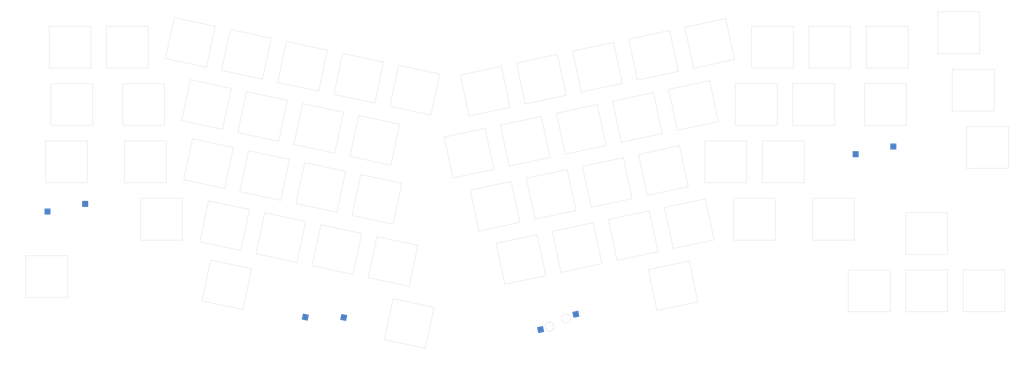
<source format=kicad_pcb>
(kicad_pcb (version 20171130) (host pcbnew 5.1.10)

  (general
    (thickness 1.6)
    (drawings 7)
    (tracks 0)
    (zones 0)
    (modules 67)
    (nets 9)
  )

  (page A4)
  (layers
    (0 F.Cu signal)
    (31 B.Cu signal)
    (32 B.Adhes user)
    (33 F.Adhes user)
    (34 B.Paste user)
    (35 F.Paste user)
    (36 B.SilkS user)
    (37 F.SilkS user)
    (38 B.Mask user)
    (39 F.Mask user)
    (40 Dwgs.User user)
    (41 Cmts.User user)
    (42 Eco1.User user)
    (43 Eco2.User user)
    (44 Edge.Cuts user)
    (45 Margin user)
    (46 B.CrtYd user)
    (47 F.CrtYd user)
    (48 B.Fab user)
    (49 F.Fab user)
  )

  (setup
    (last_trace_width 0.25)
    (trace_clearance 0.2)
    (zone_clearance 0.508)
    (zone_45_only no)
    (trace_min 0.2)
    (via_size 0.8)
    (via_drill 0.4)
    (via_min_size 0.4)
    (via_min_drill 0.3)
    (uvia_size 0.3)
    (uvia_drill 0.1)
    (uvias_allowed no)
    (uvia_min_size 0.2)
    (uvia_min_drill 0.1)
    (edge_width 0.05)
    (segment_width 0.2)
    (pcb_text_width 0.3)
    (pcb_text_size 1.5 1.5)
    (mod_edge_width 0.12)
    (mod_text_size 1 1)
    (mod_text_width 0.15)
    (pad_size 1.524 1.524)
    (pad_drill 0.762)
    (pad_to_mask_clearance 0)
    (aux_axis_origin 0 0)
    (grid_origin 106.7562 -5.6134)
    (visible_elements FFFFFF7F)
    (pcbplotparams
      (layerselection 0x08000_7ffffffe)
      (usegerberextensions false)
      (usegerberattributes true)
      (usegerberadvancedattributes true)
      (creategerberjobfile true)
      (excludeedgelayer true)
      (linewidth 0.100000)
      (plotframeref false)
      (viasonmask false)
      (mode 1)
      (useauxorigin false)
      (hpglpennumber 1)
      (hpglpenspeed 20)
      (hpglpendiameter 15.000000)
      (psnegative false)
      (psa4output false)
      (plotreference true)
      (plotvalue true)
      (plotinvisibletext false)
      (padsonsilk false)
      (subtractmaskfromsilk false)
      (outputformat 3)
      (mirror false)
      (drillshape 0)
      (scaleselection 1)
      (outputdirectory "sandwich"))
  )

  (net 0 "")
  (net 1 "Net-(diode4-Pad2)")
  (net 2 "Net-(diode23-Pad2)")
  (net 3 "Net-(diode41-Pad2)")
  (net 4 "Net-(diode57-Pad2)")
  (net 5 C1)
  (net 6 C3)
  (net 7 C5)
  (net 8 C7)

  (net_class Default "This is the default net class."
    (clearance 0.2)
    (trace_width 0.25)
    (via_dia 0.8)
    (via_drill 0.4)
    (uvia_dia 0.3)
    (uvia_drill 0.1)
    (add_net C1)
    (add_net C3)
    (add_net C5)
    (add_net C7)
    (add_net "Net-(diode23-Pad2)")
    (add_net "Net-(diode4-Pad2)")
    (add_net "Net-(diode41-Pad2)")
    (add_net "Net-(diode57-Pad2)")
  )

  (module footprints:hole-switch-acrylic (layer F.Cu) (tedit 5FB3AA25) (tstamp 61A0F85B)
    (at 253.474622 57.15)
    (path /61AB3E93)
    (fp_text reference switch54 (at 0 3.175) (layer F.SilkS) hide
      (effects (font (size 1.27 1.524) (thickness 0.2032)))
    )
    (fp_text value switch (at 0 5.08) (layer F.SilkS) hide
      (effects (font (size 1.27 1.524) (thickness 0.2032)))
    )
    (fp_line (start -9.5 -9.5) (end 9.5 -9.5) (layer Dwgs.User) (width 0.1))
    (fp_line (start 9.5 -9.5) (end 9.5 9.5) (layer Dwgs.User) (width 0.1))
    (fp_line (start 9.5 9.5) (end -9.5 9.5) (layer Dwgs.User) (width 0.1))
    (fp_line (start -9.5 9.5) (end -9.5 -9.5) (layer Dwgs.User) (width 0.1))
    (fp_line (start -6.95 -6.95) (end 6.95 -6.95) (layer Edge.Cuts) (width 0.1))
    (fp_line (start 6.95 -6.95) (end 6.95 6.95) (layer Edge.Cuts) (width 0.1))
    (fp_line (start 6.95 6.95) (end -6.95 6.95) (layer Edge.Cuts) (width 0.1))
    (fp_line (start -6.95 6.95) (end -6.95 -6.95) (layer Edge.Cuts) (width 0.1))
    (fp_text user 1.00u (at -5.715 8.255) (layer Dwgs.User)
      (effects (font (size 1.524 1.524) (thickness 0.3048)))
    )
  )

  (module footprints:hole-switch-acrylic (layer F.Cu) (tedit 5FB3AA25) (tstamp 61A0F4AD)
    (at -1.190626 38.1)
    (path /61A1236F)
    (fp_text reference switch3 (at 0 3.175) (layer F.SilkS) hide
      (effects (font (size 1.27 1.524) (thickness 0.2032)))
    )
    (fp_text value switch (at 0 5.08) (layer F.SilkS) hide
      (effects (font (size 1.27 1.524) (thickness 0.2032)))
    )
    (fp_line (start -9.5 -9.5) (end 9.5 -9.5) (layer Dwgs.User) (width 0.1))
    (fp_line (start 9.5 -9.5) (end 9.5 9.5) (layer Dwgs.User) (width 0.1))
    (fp_line (start 9.5 9.5) (end -9.5 9.5) (layer Dwgs.User) (width 0.1))
    (fp_line (start -9.5 9.5) (end -9.5 -9.5) (layer Dwgs.User) (width 0.1))
    (fp_line (start -6.95 -6.95) (end 6.95 -6.95) (layer Edge.Cuts) (width 0.1))
    (fp_line (start 6.95 -6.95) (end 6.95 6.95) (layer Edge.Cuts) (width 0.1))
    (fp_line (start 6.95 6.95) (end -6.95 6.95) (layer Edge.Cuts) (width 0.1))
    (fp_line (start -6.95 6.95) (end -6.95 -6.95) (layer Edge.Cuts) (width 0.1))
    (fp_text user 1.00u (at -5.715 8.255) (layer Dwgs.User)
      (effects (font (size 1.524 1.524) (thickness 0.3048)))
    )
  )

  (module footprints:hole-switch-acrylic (layer F.Cu) (tedit 5FB3AA25) (tstamp 61A0F8D2)
    (at 270.738687 19.05)
    (path /61AB3F2C)
    (fp_text reference switch61 (at 0 3.175) (layer F.SilkS) hide
      (effects (font (size 1.27 1.524) (thickness 0.2032)))
    )
    (fp_text value switch (at 0 5.08) (layer F.SilkS) hide
      (effects (font (size 1.27 1.524) (thickness 0.2032)))
    )
    (fp_line (start -9.5 -9.5) (end 9.5 -9.5) (layer Dwgs.User) (width 0.1))
    (fp_line (start 9.5 -9.5) (end 9.5 9.5) (layer Dwgs.User) (width 0.1))
    (fp_line (start 9.5 9.5) (end -9.5 9.5) (layer Dwgs.User) (width 0.1))
    (fp_line (start -9.5 9.5) (end -9.5 -9.5) (layer Dwgs.User) (width 0.1))
    (fp_line (start -6.95 -6.95) (end 6.95 -6.95) (layer Edge.Cuts) (width 0.1))
    (fp_line (start 6.95 -6.95) (end 6.95 6.95) (layer Edge.Cuts) (width 0.1))
    (fp_line (start 6.95 6.95) (end -6.95 6.95) (layer Edge.Cuts) (width 0.1))
    (fp_line (start -6.95 6.95) (end -6.95 -6.95) (layer Edge.Cuts) (width 0.1))
    (fp_text user 1.00u (at -5.715 8.255) (layer Dwgs.User)
      (effects (font (size 1.524 1.524) (thickness 0.3048)))
    )
  )

  (module footprints:hole-switch-acrylic (layer F.Cu) (tedit 5FB3AA25) (tstamp 61A0F817)
    (at 200.269444 79.242051 12)
    (path /61AB3EB1)
    (fp_text reference switch50 (at 0 3.175 12) (layer F.SilkS) hide
      (effects (font (size 1.27 1.524) (thickness 0.2032)))
    )
    (fp_text value switch (at 0 5.08 12) (layer F.SilkS) hide
      (effects (font (size 1.27 1.524) (thickness 0.2032)))
    )
    (fp_line (start -9.5 -9.5) (end 9.5 -9.5) (layer Dwgs.User) (width 0.1))
    (fp_line (start 9.5 -9.5) (end 9.5 9.5) (layer Dwgs.User) (width 0.1))
    (fp_line (start 9.5 9.5) (end -9.5 9.5) (layer Dwgs.User) (width 0.1))
    (fp_line (start -9.5 9.5) (end -9.5 -9.5) (layer Dwgs.User) (width 0.1))
    (fp_line (start -6.95 -6.95) (end 6.95 -6.95) (layer Edge.Cuts) (width 0.1))
    (fp_line (start 6.95 -6.95) (end 6.95 6.95) (layer Edge.Cuts) (width 0.1))
    (fp_line (start 6.95 6.95) (end -6.95 6.95) (layer Edge.Cuts) (width 0.1))
    (fp_line (start -6.95 6.95) (end -6.95 -6.95) (layer Edge.Cuts) (width 0.1))
    (fp_text user 1.00u (at -5.715 8.255 12) (layer Dwgs.User)
      (effects (font (size 1.524 1.524) (thickness 0.3048)))
    )
  )

  (module footprints:hole-switch-acrylic (layer F.Cu) (tedit 5FB3AA25) (tstamp 61A0F58E)
    (at 52.03746 78.932891 348)
    (path /61A2AE6D)
    (fp_text reference switch14 (at 0 3.175 168) (layer F.SilkS) hide
      (effects (font (size 1.27 1.524) (thickness 0.2032)))
    )
    (fp_text value switch (at 0 5.08 168) (layer F.SilkS) hide
      (effects (font (size 1.27 1.524) (thickness 0.2032)))
    )
    (fp_line (start -9.5 -9.5) (end 9.5 -9.5) (layer Dwgs.User) (width 0.1))
    (fp_line (start 9.5 -9.5) (end 9.5 9.5) (layer Dwgs.User) (width 0.1))
    (fp_line (start 9.5 9.5) (end -9.5 9.5) (layer Dwgs.User) (width 0.1))
    (fp_line (start -9.5 9.5) (end -9.5 -9.5) (layer Dwgs.User) (width 0.1))
    (fp_line (start -6.95 -6.95) (end 6.95 -6.95) (layer Edge.Cuts) (width 0.1))
    (fp_line (start 6.95 -6.95) (end 6.95 6.95) (layer Edge.Cuts) (width 0.1))
    (fp_line (start 6.95 6.95) (end -6.95 6.95) (layer Edge.Cuts) (width 0.1))
    (fp_line (start -6.95 6.95) (end -6.95 -6.95) (layer Edge.Cuts) (width 0.1))
    (fp_text user 1.00u (at -5.715 8.255 168) (layer Dwgs.User)
      (effects (font (size 1.524 1.524) (thickness 0.3048)))
    )
  )

  (module footprints:hole-switch-acrylic (layer F.Cu) (tedit 5FB3AA25) (tstamp 61A0F4F4)
    (at -7.739063 76.2)
    (path /61A1A903)
    (fp_text reference switch5 (at 0 3.175) (layer F.SilkS) hide
      (effects (font (size 1.27 1.524) (thickness 0.2032)))
    )
    (fp_text value switch (at 0 5.08) (layer F.SilkS) hide
      (effects (font (size 1.27 1.524) (thickness 0.2032)))
    )
    (fp_line (start -9.5 -9.5) (end 9.5 -9.5) (layer Dwgs.User) (width 0.1))
    (fp_line (start 9.5 -9.5) (end 9.5 9.5) (layer Dwgs.User) (width 0.1))
    (fp_line (start 9.5 9.5) (end -9.5 9.5) (layer Dwgs.User) (width 0.1))
    (fp_line (start -9.5 9.5) (end -9.5 -9.5) (layer Dwgs.User) (width 0.1))
    (fp_line (start -6.95 -6.95) (end 6.95 -6.95) (layer Edge.Cuts) (width 0.1))
    (fp_line (start 6.95 -6.95) (end 6.95 6.95) (layer Edge.Cuts) (width 0.1))
    (fp_line (start 6.95 6.95) (end -6.95 6.95) (layer Edge.Cuts) (width 0.1))
    (fp_line (start -6.95 6.95) (end -6.95 -6.95) (layer Edge.Cuts) (width 0.1))
    (fp_text user 1.00u (at -5.715 8.255) (layer Dwgs.User)
      (effects (font (size 1.524 1.524) (thickness 0.3048)))
    )
  )

  (module footprints:hole-switch-acrylic (layer F.Cu) (tedit 5FB3AA25) (tstamp 61A0F49B)
    (at 0.595313 19.05)
    (path /61A10A42)
    (fp_text reference switch2 (at 0 3.175) (layer F.SilkS) hide
      (effects (font (size 1.27 1.524) (thickness 0.2032)))
    )
    (fp_text value switch (at 0 5.08) (layer F.SilkS) hide
      (effects (font (size 1.27 1.524) (thickness 0.2032)))
    )
    (fp_line (start -9.5 -9.5) (end 9.5 -9.5) (layer Dwgs.User) (width 0.1))
    (fp_line (start 9.5 -9.5) (end 9.5 9.5) (layer Dwgs.User) (width 0.1))
    (fp_line (start 9.5 9.5) (end -9.5 9.5) (layer Dwgs.User) (width 0.1))
    (fp_line (start -9.5 9.5) (end -9.5 -9.5) (layer Dwgs.User) (width 0.1))
    (fp_line (start -6.95 -6.95) (end 6.95 -6.95) (layer Edge.Cuts) (width 0.1))
    (fp_line (start 6.95 -6.95) (end 6.95 6.95) (layer Edge.Cuts) (width 0.1))
    (fp_line (start 6.95 6.95) (end -6.95 6.95) (layer Edge.Cuts) (width 0.1))
    (fp_line (start -6.95 6.95) (end -6.95 -6.95) (layer Edge.Cuts) (width 0.1))
    (fp_text user 1.00u (at -5.715 8.255) (layer Dwgs.User)
      (effects (font (size 1.524 1.524) (thickness 0.3048)))
    )
  )

  (module footprints:hole-switch-acrylic (layer F.Cu) (tedit 5FB3AA25) (tstamp 61A0F5E3)
    (at 77.197186 6.378401 348)
    (path /61A3BFD1)
    (fp_text reference switch19 (at 0 3.175 168) (layer F.SilkS) hide
      (effects (font (size 1.27 1.524) (thickness 0.2032)))
    )
    (fp_text value switch (at 0 5.08 168) (layer F.SilkS) hide
      (effects (font (size 1.27 1.524) (thickness 0.2032)))
    )
    (fp_line (start -9.5 -9.5) (end 9.5 -9.5) (layer Dwgs.User) (width 0.1))
    (fp_line (start 9.5 -9.5) (end 9.5 9.5) (layer Dwgs.User) (width 0.1))
    (fp_line (start 9.5 9.5) (end -9.5 9.5) (layer Dwgs.User) (width 0.1))
    (fp_line (start -9.5 9.5) (end -9.5 -9.5) (layer Dwgs.User) (width 0.1))
    (fp_line (start -6.95 -6.95) (end 6.95 -6.95) (layer Edge.Cuts) (width 0.1))
    (fp_line (start 6.95 -6.95) (end 6.95 6.95) (layer Edge.Cuts) (width 0.1))
    (fp_line (start 6.95 6.95) (end -6.95 6.95) (layer Edge.Cuts) (width 0.1))
    (fp_line (start -6.95 6.95) (end -6.95 -6.95) (layer Edge.Cuts) (width 0.1))
    (fp_text user 1.00u (at -5.715 8.255 168) (layer Dwgs.User)
      (effects (font (size 1.524 1.524) (thickness 0.3048)))
    )
  )

  (module footprints:hole-switch-acrylic (layer F.Cu) (tedit 5FB3AA25) (tstamp 61A0F6C3)
    (at 141.105301 52.866601 12)
    (path /61A3C219)
    (fp_text reference switch30 (at 0 3.175 12) (layer F.SilkS) hide
      (effects (font (size 1.27 1.524) (thickness 0.2032)))
    )
    (fp_text value switch (at 0 5.08 12) (layer F.SilkS) hide
      (effects (font (size 1.27 1.524) (thickness 0.2032)))
    )
    (fp_line (start -9.5 -9.5) (end 9.5 -9.5) (layer Dwgs.User) (width 0.1))
    (fp_line (start 9.5 -9.5) (end 9.5 9.5) (layer Dwgs.User) (width 0.1))
    (fp_line (start 9.5 9.5) (end -9.5 9.5) (layer Dwgs.User) (width 0.1))
    (fp_line (start -9.5 9.5) (end -9.5 -9.5) (layer Dwgs.User) (width 0.1))
    (fp_line (start -6.95 -6.95) (end 6.95 -6.95) (layer Edge.Cuts) (width 0.1))
    (fp_line (start 6.95 -6.95) (end 6.95 6.95) (layer Edge.Cuts) (width 0.1))
    (fp_line (start 6.95 6.95) (end -6.95 6.95) (layer Edge.Cuts) (width 0.1))
    (fp_line (start -6.95 6.95) (end -6.95 -6.95) (layer Edge.Cuts) (width 0.1))
    (fp_text user 1.00u (at -5.715 8.255 12) (layer Dwgs.User)
      (effects (font (size 1.524 1.524) (thickness 0.3048)))
    )
  )

  (module footprints:hole-switch-acrylic (layer F.Cu) (tedit 5FB3AA25) (tstamp 61A0F938)
    (at 303.480872 80.9625)
    (path /61AB405D)
    (fp_text reference switch67 (at 0 3.175) (layer F.SilkS) hide
      (effects (font (size 1.27 1.524) (thickness 0.2032)))
    )
    (fp_text value switch (at 0 5.08) (layer F.SilkS) hide
      (effects (font (size 1.27 1.524) (thickness 0.2032)))
    )
    (fp_line (start -9.5 -9.5) (end 9.5 -9.5) (layer Dwgs.User) (width 0.1))
    (fp_line (start 9.5 -9.5) (end 9.5 9.5) (layer Dwgs.User) (width 0.1))
    (fp_line (start 9.5 9.5) (end -9.5 9.5) (layer Dwgs.User) (width 0.1))
    (fp_line (start -9.5 9.5) (end -9.5 -9.5) (layer Dwgs.User) (width 0.1))
    (fp_line (start -6.95 -6.95) (end 6.95 -6.95) (layer Edge.Cuts) (width 0.1))
    (fp_line (start 6.95 -6.95) (end 6.95 6.95) (layer Edge.Cuts) (width 0.1))
    (fp_line (start 6.95 6.95) (end -6.95 6.95) (layer Edge.Cuts) (width 0.1))
    (fp_line (start -6.95 6.95) (end -6.95 -6.95) (layer Edge.Cuts) (width 0.1))
    (fp_text user 1.00u (at -5.715 8.255) (layer Dwgs.User)
      (effects (font (size 1.524 1.524) (thickness 0.3048)))
    )
  )

  (module footprints:hole-switch-acrylic (layer F.Cu) (tedit 5FB3AA25) (tstamp 61A0F927)
    (at 299.909 14.2875)
    (path /61AB4031)
    (fp_text reference switch66 (at 0 3.175) (layer F.SilkS) hide
      (effects (font (size 1.27 1.524) (thickness 0.2032)))
    )
    (fp_text value switch (at 0 5.08) (layer F.SilkS) hide
      (effects (font (size 1.27 1.524) (thickness 0.2032)))
    )
    (fp_line (start -9.5 -9.5) (end 9.5 -9.5) (layer Dwgs.User) (width 0.1))
    (fp_line (start 9.5 -9.5) (end 9.5 9.5) (layer Dwgs.User) (width 0.1))
    (fp_line (start 9.5 9.5) (end -9.5 9.5) (layer Dwgs.User) (width 0.1))
    (fp_line (start -9.5 9.5) (end -9.5 -9.5) (layer Dwgs.User) (width 0.1))
    (fp_line (start -6.95 -6.95) (end 6.95 -6.95) (layer Edge.Cuts) (width 0.1))
    (fp_line (start 6.95 -6.95) (end 6.95 6.95) (layer Edge.Cuts) (width 0.1))
    (fp_line (start 6.95 6.95) (end -6.95 6.95) (layer Edge.Cuts) (width 0.1))
    (fp_line (start -6.95 6.95) (end -6.95 -6.95) (layer Edge.Cuts) (width 0.1))
    (fp_text user 1.00u (at -5.715 8.255) (layer Dwgs.User)
      (effects (font (size 1.524 1.524) (thickness 0.3048)))
    )
  )

  (module footprints:hole-switch-acrylic (layer F.Cu) (tedit 5FB3AA25) (tstamp 61A0F916)
    (at 295.1465 -4.7625)
    (path /61AB4002)
    (fp_text reference switch65 (at 0 3.175) (layer F.SilkS) hide
      (effects (font (size 1.27 1.524) (thickness 0.2032)))
    )
    (fp_text value switch (at 0 5.08) (layer F.SilkS) hide
      (effects (font (size 1.27 1.524) (thickness 0.2032)))
    )
    (fp_line (start -9.5 -9.5) (end 9.5 -9.5) (layer Dwgs.User) (width 0.1))
    (fp_line (start 9.5 -9.5) (end 9.5 9.5) (layer Dwgs.User) (width 0.1))
    (fp_line (start 9.5 9.5) (end -9.5 9.5) (layer Dwgs.User) (width 0.1))
    (fp_line (start -9.5 9.5) (end -9.5 -9.5) (layer Dwgs.User) (width 0.1))
    (fp_line (start -6.95 -6.95) (end 6.95 -6.95) (layer Edge.Cuts) (width 0.1))
    (fp_line (start 6.95 -6.95) (end 6.95 6.95) (layer Edge.Cuts) (width 0.1))
    (fp_line (start 6.95 6.95) (end -6.95 6.95) (layer Edge.Cuts) (width 0.1))
    (fp_line (start -6.95 6.95) (end -6.95 -6.95) (layer Edge.Cuts) (width 0.1))
    (fp_text user 1.00u (at -5.715 8.255) (layer Dwgs.User)
      (effects (font (size 1.524 1.524) (thickness 0.3048)))
    )
  )

  (module footprints:hole-switch-acrylic (layer F.Cu) (tedit 5FB3AA25) (tstamp 61A0F905)
    (at 271.334 0)
    (path /61AB3FD5)
    (fp_text reference switch64 (at 0 3.175) (layer F.SilkS) hide
      (effects (font (size 1.27 1.524) (thickness 0.2032)))
    )
    (fp_text value switch (at 0 5.08) (layer F.SilkS) hide
      (effects (font (size 1.27 1.524) (thickness 0.2032)))
    )
    (fp_line (start -9.5 -9.5) (end 9.5 -9.5) (layer Dwgs.User) (width 0.1))
    (fp_line (start 9.5 -9.5) (end 9.5 9.5) (layer Dwgs.User) (width 0.1))
    (fp_line (start 9.5 9.5) (end -9.5 9.5) (layer Dwgs.User) (width 0.1))
    (fp_line (start -9.5 9.5) (end -9.5 -9.5) (layer Dwgs.User) (width 0.1))
    (fp_line (start -6.95 -6.95) (end 6.95 -6.95) (layer Edge.Cuts) (width 0.1))
    (fp_line (start 6.95 -6.95) (end 6.95 6.95) (layer Edge.Cuts) (width 0.1))
    (fp_line (start 6.95 6.95) (end -6.95 6.95) (layer Edge.Cuts) (width 0.1))
    (fp_line (start -6.95 6.95) (end -6.95 -6.95) (layer Edge.Cuts) (width 0.1))
    (fp_text user 1.00u (at -5.715 8.255) (layer Dwgs.User)
      (effects (font (size 1.524 1.524) (thickness 0.3048)))
    )
  )

  (module footprints:hole-switch-acrylic (layer F.Cu) (tedit 5FB3AA25) (tstamp 61A0F8F4)
    (at 284.430872 80.9625)
    (path /61AB3F87)
    (fp_text reference switch63 (at 0 3.175) (layer F.SilkS) hide
      (effects (font (size 1.27 1.524) (thickness 0.2032)))
    )
    (fp_text value switch (at 0 5.08) (layer F.SilkS) hide
      (effects (font (size 1.27 1.524) (thickness 0.2032)))
    )
    (fp_line (start -9.5 -9.5) (end 9.5 -9.5) (layer Dwgs.User) (width 0.1))
    (fp_line (start 9.5 -9.5) (end 9.5 9.5) (layer Dwgs.User) (width 0.1))
    (fp_line (start 9.5 9.5) (end -9.5 9.5) (layer Dwgs.User) (width 0.1))
    (fp_line (start -9.5 9.5) (end -9.5 -9.5) (layer Dwgs.User) (width 0.1))
    (fp_line (start -6.95 -6.95) (end 6.95 -6.95) (layer Edge.Cuts) (width 0.1))
    (fp_line (start 6.95 -6.95) (end 6.95 6.95) (layer Edge.Cuts) (width 0.1))
    (fp_line (start 6.95 6.95) (end -6.95 6.95) (layer Edge.Cuts) (width 0.1))
    (fp_line (start -6.95 6.95) (end -6.95 -6.95) (layer Edge.Cuts) (width 0.1))
    (fp_text user 1.00u (at -5.715 8.255) (layer Dwgs.User)
      (effects (font (size 1.524 1.524) (thickness 0.3048)))
    )
  )

  (module footprints:hole-switch-acrylic (layer F.Cu) (tedit 5FB3AA25) (tstamp 61A0F8E3)
    (at 304.6715 33.3375)
    (path /61AB3F5B)
    (fp_text reference switch62 (at 0 3.175) (layer F.SilkS) hide
      (effects (font (size 1.27 1.524) (thickness 0.2032)))
    )
    (fp_text value switch (at 0 5.08) (layer F.SilkS) hide
      (effects (font (size 1.27 1.524) (thickness 0.2032)))
    )
    (fp_line (start -9.5 -9.5) (end 9.5 -9.5) (layer Dwgs.User) (width 0.1))
    (fp_line (start 9.5 -9.5) (end 9.5 9.5) (layer Dwgs.User) (width 0.1))
    (fp_line (start 9.5 9.5) (end -9.5 9.5) (layer Dwgs.User) (width 0.1))
    (fp_line (start -9.5 9.5) (end -9.5 -9.5) (layer Dwgs.User) (width 0.1))
    (fp_line (start -6.95 -6.95) (end 6.95 -6.95) (layer Edge.Cuts) (width 0.1))
    (fp_line (start 6.95 -6.95) (end 6.95 6.95) (layer Edge.Cuts) (width 0.1))
    (fp_line (start 6.95 6.95) (end -6.95 6.95) (layer Edge.Cuts) (width 0.1))
    (fp_line (start -6.95 6.95) (end -6.95 -6.95) (layer Edge.Cuts) (width 0.1))
    (fp_text user 1.00u (at -5.715 8.255) (layer Dwgs.User)
      (effects (font (size 1.524 1.524) (thickness 0.3048)))
    )
  )

  (module footprints:hole-switch-acrylic (layer F.Cu) (tedit 5FB3AA25) (tstamp 61A15206)
    (at 252.284 0)
    (path /61AB3EFF)
    (fp_text reference switch60 (at 0 3.175) (layer F.SilkS) hide
      (effects (font (size 1.27 1.524) (thickness 0.2032)))
    )
    (fp_text value switch (at 0 5.08) (layer F.SilkS) hide
      (effects (font (size 1.27 1.524) (thickness 0.2032)))
    )
    (fp_line (start -9.5 -9.5) (end 9.5 -9.5) (layer Dwgs.User) (width 0.1))
    (fp_line (start 9.5 -9.5) (end 9.5 9.5) (layer Dwgs.User) (width 0.1))
    (fp_line (start 9.5 9.5) (end -9.5 9.5) (layer Dwgs.User) (width 0.1))
    (fp_line (start -9.5 9.5) (end -9.5 -9.5) (layer Dwgs.User) (width 0.1))
    (fp_line (start -6.95 -6.95) (end 6.95 -6.95) (layer Edge.Cuts) (width 0.1))
    (fp_line (start 6.95 -6.95) (end 6.95 6.95) (layer Edge.Cuts) (width 0.1))
    (fp_line (start 6.95 6.95) (end -6.95 6.95) (layer Edge.Cuts) (width 0.1))
    (fp_line (start -6.95 6.95) (end -6.95 -6.95) (layer Edge.Cuts) (width 0.1))
    (fp_text user 1.00u (at -5.715 8.255) (layer Dwgs.User)
      (effects (font (size 1.524 1.524) (thickness 0.3048)))
    )
  )

  (module footprints:hole-switch-acrylic (layer F.Cu) (tedit 5FB3AA25) (tstamp 61A0F8B0)
    (at 265.380872 80.9625)
    (path /61AB3FA5)
    (fp_text reference switch59 (at 0 3.175) (layer F.SilkS) hide
      (effects (font (size 1.27 1.524) (thickness 0.2032)))
    )
    (fp_text value switch (at 0 5.08) (layer F.SilkS) hide
      (effects (font (size 1.27 1.524) (thickness 0.2032)))
    )
    (fp_line (start -9.5 -9.5) (end 9.5 -9.5) (layer Dwgs.User) (width 0.1))
    (fp_line (start 9.5 -9.5) (end 9.5 9.5) (layer Dwgs.User) (width 0.1))
    (fp_line (start 9.5 9.5) (end -9.5 9.5) (layer Dwgs.User) (width 0.1))
    (fp_line (start -9.5 9.5) (end -9.5 -9.5) (layer Dwgs.User) (width 0.1))
    (fp_line (start -6.95 -6.95) (end 6.95 -6.95) (layer Edge.Cuts) (width 0.1))
    (fp_line (start 6.95 -6.95) (end 6.95 6.95) (layer Edge.Cuts) (width 0.1))
    (fp_line (start 6.95 6.95) (end -6.95 6.95) (layer Edge.Cuts) (width 0.1))
    (fp_line (start -6.95 6.95) (end -6.95 -6.95) (layer Edge.Cuts) (width 0.1))
    (fp_text user 1.00u (at -5.715 8.255) (layer Dwgs.User)
      (effects (font (size 1.524 1.524) (thickness 0.3048)))
    )
  )

  (module footprints:hole-switch-acrylic (layer F.Cu) (tedit 5FB3AA25) (tstamp 61A0F89F)
    (at 284.430872 61.9125)
    (path /61AB3F73)
    (fp_text reference switch58 (at 0 3.175) (layer F.SilkS) hide
      (effects (font (size 1.27 1.524) (thickness 0.2032)))
    )
    (fp_text value switch (at 0 5.08) (layer F.SilkS) hide
      (effects (font (size 1.27 1.524) (thickness 0.2032)))
    )
    (fp_line (start -9.5 -9.5) (end 9.5 -9.5) (layer Dwgs.User) (width 0.1))
    (fp_line (start 9.5 -9.5) (end 9.5 9.5) (layer Dwgs.User) (width 0.1))
    (fp_line (start 9.5 9.5) (end -9.5 9.5) (layer Dwgs.User) (width 0.1))
    (fp_line (start -9.5 9.5) (end -9.5 -9.5) (layer Dwgs.User) (width 0.1))
    (fp_line (start -6.95 -6.95) (end 6.95 -6.95) (layer Edge.Cuts) (width 0.1))
    (fp_line (start 6.95 -6.95) (end 6.95 6.95) (layer Edge.Cuts) (width 0.1))
    (fp_line (start 6.95 6.95) (end -6.95 6.95) (layer Edge.Cuts) (width 0.1))
    (fp_line (start -6.95 6.95) (end -6.95 -6.95) (layer Edge.Cuts) (width 0.1))
    (fp_text user 1.00u (at -5.715 8.255) (layer Dwgs.User)
      (effects (font (size 1.524 1.524) (thickness 0.3048)))
    )
  )

  (module footprints:hole-switch-acrylic (layer F.Cu) (tedit 5FB3AA25) (tstamp 61A0F87D)
    (at 246.926187 19.05)
    (path /61AB3F18)
    (fp_text reference switch56 (at 0 3.175) (layer F.SilkS) hide
      (effects (font (size 1.27 1.524) (thickness 0.2032)))
    )
    (fp_text value switch (at 0 5.08) (layer F.SilkS) hide
      (effects (font (size 1.27 1.524) (thickness 0.2032)))
    )
    (fp_line (start -9.5 -9.5) (end 9.5 -9.5) (layer Dwgs.User) (width 0.1))
    (fp_line (start 9.5 -9.5) (end 9.5 9.5) (layer Dwgs.User) (width 0.1))
    (fp_line (start 9.5 9.5) (end -9.5 9.5) (layer Dwgs.User) (width 0.1))
    (fp_line (start -9.5 9.5) (end -9.5 -9.5) (layer Dwgs.User) (width 0.1))
    (fp_line (start -6.95 -6.95) (end 6.95 -6.95) (layer Edge.Cuts) (width 0.1))
    (fp_line (start 6.95 -6.95) (end 6.95 6.95) (layer Edge.Cuts) (width 0.1))
    (fp_line (start 6.95 6.95) (end -6.95 6.95) (layer Edge.Cuts) (width 0.1))
    (fp_line (start -6.95 6.95) (end -6.95 -6.95) (layer Edge.Cuts) (width 0.1))
    (fp_text user 1.00u (at -5.715 8.255) (layer Dwgs.User)
      (effects (font (size 1.524 1.524) (thickness 0.3048)))
    )
  )

  (module footprints:hole-switch-acrylic (layer F.Cu) (tedit 5FB3AA25) (tstamp 61A0F86C)
    (at 233.234 0)
    (path /61AB3EEB)
    (fp_text reference switch55 (at 0 3.175) (layer F.SilkS) hide
      (effects (font (size 1.27 1.524) (thickness 0.2032)))
    )
    (fp_text value switch (at 0 5.08) (layer F.SilkS) hide
      (effects (font (size 1.27 1.524) (thickness 0.2032)))
    )
    (fp_line (start -9.5 -9.5) (end 9.5 -9.5) (layer Dwgs.User) (width 0.1))
    (fp_line (start 9.5 -9.5) (end 9.5 9.5) (layer Dwgs.User) (width 0.1))
    (fp_line (start 9.5 9.5) (end -9.5 9.5) (layer Dwgs.User) (width 0.1))
    (fp_line (start -9.5 9.5) (end -9.5 -9.5) (layer Dwgs.User) (width 0.1))
    (fp_line (start -6.95 -6.95) (end 6.95 -6.95) (layer Edge.Cuts) (width 0.1))
    (fp_line (start 6.95 -6.95) (end 6.95 6.95) (layer Edge.Cuts) (width 0.1))
    (fp_line (start 6.95 6.95) (end -6.95 6.95) (layer Edge.Cuts) (width 0.1))
    (fp_line (start -6.95 6.95) (end -6.95 -6.95) (layer Edge.Cuts) (width 0.1))
    (fp_text user 1.00u (at -5.715 8.255) (layer Dwgs.User)
      (effects (font (size 1.524 1.524) (thickness 0.3048)))
    )
  )

  (module footprints:hole-switch-acrylic (layer F.Cu) (tedit 5FB3AA25) (tstamp 61A0F84A)
    (at 236.805872 38.1)
    (path /61AB3E67)
    (fp_text reference switch53 (at 0 3.175) (layer F.SilkS) hide
      (effects (font (size 1.27 1.524) (thickness 0.2032)))
    )
    (fp_text value switch (at 0 5.08) (layer F.SilkS) hide
      (effects (font (size 1.27 1.524) (thickness 0.2032)))
    )
    (fp_line (start -9.5 -9.5) (end 9.5 -9.5) (layer Dwgs.User) (width 0.1))
    (fp_line (start 9.5 -9.5) (end 9.5 9.5) (layer Dwgs.User) (width 0.1))
    (fp_line (start 9.5 9.5) (end -9.5 9.5) (layer Dwgs.User) (width 0.1))
    (fp_line (start -9.5 9.5) (end -9.5 -9.5) (layer Dwgs.User) (width 0.1))
    (fp_line (start -6.95 -6.95) (end 6.95 -6.95) (layer Edge.Cuts) (width 0.1))
    (fp_line (start 6.95 -6.95) (end 6.95 6.95) (layer Edge.Cuts) (width 0.1))
    (fp_line (start 6.95 6.95) (end -6.95 6.95) (layer Edge.Cuts) (width 0.1))
    (fp_line (start -6.95 6.95) (end -6.95 -6.95) (layer Edge.Cuts) (width 0.1))
    (fp_text user 1.00u (at -5.715 8.255) (layer Dwgs.User)
      (effects (font (size 1.524 1.524) (thickness 0.3048)))
    )
  )

  (module footprints:hole-switch-acrylic (layer F.Cu) (tedit 5FB3AA25) (tstamp 61A0F839)
    (at 227.876187 19.05)
    (path /61AB3E38)
    (fp_text reference switch52 (at 0 3.175) (layer F.SilkS) hide
      (effects (font (size 1.27 1.524) (thickness 0.2032)))
    )
    (fp_text value switch (at 0 5.08) (layer F.SilkS) hide
      (effects (font (size 1.27 1.524) (thickness 0.2032)))
    )
    (fp_line (start -9.5 -9.5) (end 9.5 -9.5) (layer Dwgs.User) (width 0.1))
    (fp_line (start 9.5 -9.5) (end 9.5 9.5) (layer Dwgs.User) (width 0.1))
    (fp_line (start 9.5 9.5) (end -9.5 9.5) (layer Dwgs.User) (width 0.1))
    (fp_line (start -9.5 9.5) (end -9.5 -9.5) (layer Dwgs.User) (width 0.1))
    (fp_line (start -6.95 -6.95) (end 6.95 -6.95) (layer Edge.Cuts) (width 0.1))
    (fp_line (start 6.95 -6.95) (end 6.95 6.95) (layer Edge.Cuts) (width 0.1))
    (fp_line (start 6.95 6.95) (end -6.95 6.95) (layer Edge.Cuts) (width 0.1))
    (fp_line (start -6.95 6.95) (end -6.95 -6.95) (layer Edge.Cuts) (width 0.1))
    (fp_text user 1.00u (at -5.715 8.255) (layer Dwgs.User)
      (effects (font (size 1.524 1.524) (thickness 0.3048)))
    )
  )

  (module footprints:hole-switch-acrylic (layer F.Cu) (tedit 5FB3AA25) (tstamp 61A0F828)
    (at 212.377138 -1.233871 12)
    (path /61AB3E0B)
    (fp_text reference switch51 (at 0 3.175 12) (layer F.SilkS) hide
      (effects (font (size 1.27 1.524) (thickness 0.2032)))
    )
    (fp_text value switch (at 0 5.08 12) (layer F.SilkS) hide
      (effects (font (size 1.27 1.524) (thickness 0.2032)))
    )
    (fp_line (start -9.5 -9.5) (end 9.5 -9.5) (layer Dwgs.User) (width 0.1))
    (fp_line (start 9.5 -9.5) (end 9.5 9.5) (layer Dwgs.User) (width 0.1))
    (fp_line (start 9.5 9.5) (end -9.5 9.5) (layer Dwgs.User) (width 0.1))
    (fp_line (start -9.5 9.5) (end -9.5 -9.5) (layer Dwgs.User) (width 0.1))
    (fp_line (start -6.95 -6.95) (end 6.95 -6.95) (layer Edge.Cuts) (width 0.1))
    (fp_line (start 6.95 -6.95) (end 6.95 6.95) (layer Edge.Cuts) (width 0.1))
    (fp_line (start 6.95 6.95) (end -6.95 6.95) (layer Edge.Cuts) (width 0.1))
    (fp_line (start -6.95 6.95) (end -6.95 -6.95) (layer Edge.Cuts) (width 0.1))
    (fp_text user 1.00u (at -5.715 8.255 12) (layer Dwgs.User)
      (effects (font (size 1.524 1.524) (thickness 0.3048)))
    )
  )

  (module footprints:hole-switch-acrylic (layer F.Cu) (tedit 5FB3AA25) (tstamp 61A0F806)
    (at 227.280872 57.15)
    (path /61AB3E7F)
    (fp_text reference switch49 (at 0 3.175) (layer F.SilkS) hide
      (effects (font (size 1.27 1.524) (thickness 0.2032)))
    )
    (fp_text value switch (at 0 5.08) (layer F.SilkS) hide
      (effects (font (size 1.27 1.524) (thickness 0.2032)))
    )
    (fp_line (start -9.5 -9.5) (end 9.5 -9.5) (layer Dwgs.User) (width 0.1))
    (fp_line (start 9.5 -9.5) (end 9.5 9.5) (layer Dwgs.User) (width 0.1))
    (fp_line (start 9.5 9.5) (end -9.5 9.5) (layer Dwgs.User) (width 0.1))
    (fp_line (start -9.5 9.5) (end -9.5 -9.5) (layer Dwgs.User) (width 0.1))
    (fp_line (start -6.95 -6.95) (end 6.95 -6.95) (layer Edge.Cuts) (width 0.1))
    (fp_line (start 6.95 -6.95) (end 6.95 6.95) (layer Edge.Cuts) (width 0.1))
    (fp_line (start 6.95 6.95) (end -6.95 6.95) (layer Edge.Cuts) (width 0.1))
    (fp_line (start -6.95 6.95) (end -6.95 -6.95) (layer Edge.Cuts) (width 0.1))
    (fp_text user 1.00u (at -5.715 8.255) (layer Dwgs.User)
      (effects (font (size 1.524 1.524) (thickness 0.3048)))
    )
  )

  (module footprints:hole-switch-acrylic (layer F.Cu) (tedit 5FB3AA25) (tstamp 61A0F7F5)
    (at 217.755872 38.1)
    (path /61AB3E53)
    (fp_text reference switch48 (at 0 3.175) (layer F.SilkS) hide
      (effects (font (size 1.27 1.524) (thickness 0.2032)))
    )
    (fp_text value switch (at 0 5.08) (layer F.SilkS) hide
      (effects (font (size 1.27 1.524) (thickness 0.2032)))
    )
    (fp_line (start -9.5 -9.5) (end 9.5 -9.5) (layer Dwgs.User) (width 0.1))
    (fp_line (start 9.5 -9.5) (end 9.5 9.5) (layer Dwgs.User) (width 0.1))
    (fp_line (start 9.5 9.5) (end -9.5 9.5) (layer Dwgs.User) (width 0.1))
    (fp_line (start -9.5 9.5) (end -9.5 -9.5) (layer Dwgs.User) (width 0.1))
    (fp_line (start -6.95 -6.95) (end 6.95 -6.95) (layer Edge.Cuts) (width 0.1))
    (fp_line (start 6.95 -6.95) (end 6.95 6.95) (layer Edge.Cuts) (width 0.1))
    (fp_line (start 6.95 6.95) (end -6.95 6.95) (layer Edge.Cuts) (width 0.1))
    (fp_line (start -6.95 6.95) (end -6.95 -6.95) (layer Edge.Cuts) (width 0.1))
    (fp_text user 1.00u (at -5.715 8.255) (layer Dwgs.User)
      (effects (font (size 1.524 1.524) (thickness 0.3048)))
    )
  )

  (module footprints:hole-switch-acrylic (layer F.Cu) (tedit 5FB3AA25) (tstamp 61A0F7E4)
    (at 207.021 19.3802 12)
    (path /61AB3E24)
    (fp_text reference switch47 (at 0 3.175 12) (layer F.SilkS) hide
      (effects (font (size 1.27 1.524) (thickness 0.2032)))
    )
    (fp_text value switch (at 0 5.08 12) (layer F.SilkS) hide
      (effects (font (size 1.27 1.524) (thickness 0.2032)))
    )
    (fp_line (start -9.5 -9.5) (end 9.5 -9.5) (layer Dwgs.User) (width 0.1))
    (fp_line (start 9.5 -9.5) (end 9.5 9.5) (layer Dwgs.User) (width 0.1))
    (fp_line (start 9.5 9.5) (end -9.5 9.5) (layer Dwgs.User) (width 0.1))
    (fp_line (start -9.5 9.5) (end -9.5 -9.5) (layer Dwgs.User) (width 0.1))
    (fp_line (start -6.95 -6.95) (end 6.95 -6.95) (layer Edge.Cuts) (width 0.1))
    (fp_line (start 6.95 -6.95) (end 6.95 6.95) (layer Edge.Cuts) (width 0.1))
    (fp_line (start 6.95 6.95) (end -6.95 6.95) (layer Edge.Cuts) (width 0.1))
    (fp_line (start -6.95 6.95) (end -6.95 -6.95) (layer Edge.Cuts) (width 0.1))
    (fp_text user 1.00u (at -5.715 8.255 12) (layer Dwgs.User)
      (effects (font (size 1.524 1.524) (thickness 0.3048)))
    )
  )

  (module footprints:hole-switch-acrylic (layer F.Cu) (tedit 5FB3AA25) (tstamp 61A0F7D3)
    (at 193.743427 2.726846 12)
    (path /61AB3DF7)
    (fp_text reference switch46 (at 0 3.175 12) (layer F.SilkS) hide
      (effects (font (size 1.27 1.524) (thickness 0.2032)))
    )
    (fp_text value switch (at 0 5.08 12) (layer F.SilkS) hide
      (effects (font (size 1.27 1.524) (thickness 0.2032)))
    )
    (fp_line (start -9.5 -9.5) (end 9.5 -9.5) (layer Dwgs.User) (width 0.1))
    (fp_line (start 9.5 -9.5) (end 9.5 9.5) (layer Dwgs.User) (width 0.1))
    (fp_line (start 9.5 9.5) (end -9.5 9.5) (layer Dwgs.User) (width 0.1))
    (fp_line (start -9.5 9.5) (end -9.5 -9.5) (layer Dwgs.User) (width 0.1))
    (fp_line (start -6.95 -6.95) (end 6.95 -6.95) (layer Edge.Cuts) (width 0.1))
    (fp_line (start 6.95 -6.95) (end 6.95 6.95) (layer Edge.Cuts) (width 0.1))
    (fp_line (start 6.95 6.95) (end -6.95 6.95) (layer Edge.Cuts) (width 0.1))
    (fp_line (start -6.95 6.95) (end -6.95 -6.95) (layer Edge.Cuts) (width 0.1))
    (fp_text user 1.00u (at -5.715 8.255 12) (layer Dwgs.User)
      (effects (font (size 1.524 1.524) (thickness 0.3048)))
    )
  )

  (module footprints:hole-switch-acrylic (layer F.Cu) (tedit 5FB3AA25) (tstamp 61A0F7C2)
    (at 205.62558 58.627982 12)
    (path /61AB3DA9)
    (fp_text reference switch45 (at 0 3.175 12) (layer F.SilkS) hide
      (effects (font (size 1.27 1.524) (thickness 0.2032)))
    )
    (fp_text value switch (at 0 5.08 12) (layer F.SilkS) hide
      (effects (font (size 1.27 1.524) (thickness 0.2032)))
    )
    (fp_line (start -9.5 -9.5) (end 9.5 -9.5) (layer Dwgs.User) (width 0.1))
    (fp_line (start 9.5 -9.5) (end 9.5 9.5) (layer Dwgs.User) (width 0.1))
    (fp_line (start 9.5 9.5) (end -9.5 9.5) (layer Dwgs.User) (width 0.1))
    (fp_line (start -9.5 9.5) (end -9.5 -9.5) (layer Dwgs.User) (width 0.1))
    (fp_line (start -6.95 -6.95) (end 6.95 -6.95) (layer Edge.Cuts) (width 0.1))
    (fp_line (start 6.95 -6.95) (end 6.95 6.95) (layer Edge.Cuts) (width 0.1))
    (fp_line (start 6.95 6.95) (end -6.95 6.95) (layer Edge.Cuts) (width 0.1))
    (fp_line (start -6.95 6.95) (end -6.95 -6.95) (layer Edge.Cuts) (width 0.1))
    (fp_text user 1.00u (at -5.715 8.255 12) (layer Dwgs.User)
      (effects (font (size 1.524 1.524) (thickness 0.3048)))
    )
  )

  (module footprints:hole-switch-acrylic (layer F.Cu) (tedit 5FB3AA25) (tstamp 61A0F7B1)
    (at 197.006434 40.98445 12)
    (path /61AB3D7D)
    (fp_text reference switch44 (at 0 3.175 12) (layer F.SilkS) hide
      (effects (font (size 1.27 1.524) (thickness 0.2032)))
    )
    (fp_text value switch (at 0 5.08 12) (layer F.SilkS) hide
      (effects (font (size 1.27 1.524) (thickness 0.2032)))
    )
    (fp_line (start -9.5 -9.5) (end 9.5 -9.5) (layer Dwgs.User) (width 0.1))
    (fp_line (start 9.5 -9.5) (end 9.5 9.5) (layer Dwgs.User) (width 0.1))
    (fp_line (start 9.5 9.5) (end -9.5 9.5) (layer Dwgs.User) (width 0.1))
    (fp_line (start -9.5 9.5) (end -9.5 -9.5) (layer Dwgs.User) (width 0.1))
    (fp_line (start -6.95 -6.95) (end 6.95 -6.95) (layer Edge.Cuts) (width 0.1))
    (fp_line (start 6.95 -6.95) (end 6.95 6.95) (layer Edge.Cuts) (width 0.1))
    (fp_line (start 6.95 6.95) (end -6.95 6.95) (layer Edge.Cuts) (width 0.1))
    (fp_line (start -6.95 6.95) (end -6.95 -6.95) (layer Edge.Cuts) (width 0.1))
    (fp_text user 1.00u (at -5.715 8.255 12) (layer Dwgs.User)
      (effects (font (size 1.524 1.524) (thickness 0.3048)))
    )
  )

  (module footprints:hole-switch-acrylic (layer F.Cu) (tedit 5FB3AA25) (tstamp 61A2386D)
    (at 188.387289 23.340917 12)
    (path /61AB3D4E)
    (fp_text reference switch43 (at 0 3.175 12) (layer F.SilkS) hide
      (effects (font (size 1.27 1.524) (thickness 0.2032)))
    )
    (fp_text value switch (at 0 5.08 12) (layer F.SilkS) hide
      (effects (font (size 1.27 1.524) (thickness 0.2032)))
    )
    (fp_line (start -9.5 -9.5) (end 9.5 -9.5) (layer Dwgs.User) (width 0.1))
    (fp_line (start 9.5 -9.5) (end 9.5 9.5) (layer Dwgs.User) (width 0.1))
    (fp_line (start 9.5 9.5) (end -9.5 9.5) (layer Dwgs.User) (width 0.1))
    (fp_line (start -9.5 9.5) (end -9.5 -9.5) (layer Dwgs.User) (width 0.1))
    (fp_line (start -6.95 -6.95) (end 6.95 -6.95) (layer Edge.Cuts) (width 0.1))
    (fp_line (start 6.95 -6.95) (end 6.95 6.95) (layer Edge.Cuts) (width 0.1))
    (fp_line (start 6.95 6.95) (end -6.95 6.95) (layer Edge.Cuts) (width 0.1))
    (fp_line (start -6.95 6.95) (end -6.95 -6.95) (layer Edge.Cuts) (width 0.1))
    (fp_text user 1.00u (at -5.715 8.255 12) (layer Dwgs.User)
      (effects (font (size 1.524 1.524) (thickness 0.3048)))
    )
  )

  (module footprints:hole-switch-acrylic (layer F.Cu) (tedit 5FB3AA25) (tstamp 61A0F78F)
    (at 175.109716 6.687563 12)
    (path /61AB3D21)
    (fp_text reference switch42 (at 0 3.175 12) (layer F.SilkS) hide
      (effects (font (size 1.27 1.524) (thickness 0.2032)))
    )
    (fp_text value switch (at 0 5.08 12) (layer F.SilkS) hide
      (effects (font (size 1.27 1.524) (thickness 0.2032)))
    )
    (fp_line (start -9.5 -9.5) (end 9.5 -9.5) (layer Dwgs.User) (width 0.1))
    (fp_line (start 9.5 -9.5) (end 9.5 9.5) (layer Dwgs.User) (width 0.1))
    (fp_line (start 9.5 9.5) (end -9.5 9.5) (layer Dwgs.User) (width 0.1))
    (fp_line (start -9.5 9.5) (end -9.5 -9.5) (layer Dwgs.User) (width 0.1))
    (fp_line (start -6.95 -6.95) (end 6.95 -6.95) (layer Edge.Cuts) (width 0.1))
    (fp_line (start 6.95 -6.95) (end 6.95 6.95) (layer Edge.Cuts) (width 0.1))
    (fp_line (start 6.95 6.95) (end -6.95 6.95) (layer Edge.Cuts) (width 0.1))
    (fp_line (start -6.95 6.95) (end -6.95 -6.95) (layer Edge.Cuts) (width 0.1))
    (fp_text user 1.00u (at -5.715 8.255 12) (layer Dwgs.User)
      (effects (font (size 1.524 1.524) (thickness 0.3048)))
    )
  )

  (module footprints:hole-switch-acrylic (layer F.Cu) (tedit 5FB3AA25) (tstamp 61A1525A)
    (at 186.991869 62.588699 12)
    (path /61AB3D95)
    (fp_text reference switch40 (at 0 3.175 12) (layer F.SilkS) hide
      (effects (font (size 1.27 1.524) (thickness 0.2032)))
    )
    (fp_text value switch (at 0 5.08 12) (layer F.SilkS) hide
      (effects (font (size 1.27 1.524) (thickness 0.2032)))
    )
    (fp_line (start -9.5 -9.5) (end 9.5 -9.5) (layer Dwgs.User) (width 0.1))
    (fp_line (start 9.5 -9.5) (end 9.5 9.5) (layer Dwgs.User) (width 0.1))
    (fp_line (start 9.5 9.5) (end -9.5 9.5) (layer Dwgs.User) (width 0.1))
    (fp_line (start -9.5 9.5) (end -9.5 -9.5) (layer Dwgs.User) (width 0.1))
    (fp_line (start -6.95 -6.95) (end 6.95 -6.95) (layer Edge.Cuts) (width 0.1))
    (fp_line (start 6.95 -6.95) (end 6.95 6.95) (layer Edge.Cuts) (width 0.1))
    (fp_line (start 6.95 6.95) (end -6.95 6.95) (layer Edge.Cuts) (width 0.1))
    (fp_line (start -6.95 6.95) (end -6.95 -6.95) (layer Edge.Cuts) (width 0.1))
    (fp_text user 1.00u (at -5.715 8.255 12) (layer Dwgs.User)
      (effects (font (size 1.524 1.524) (thickness 0.3048)))
    )
  )

  (module footprints:hole-switch-acrylic (layer F.Cu) (tedit 5FB3AA25) (tstamp 61A0F75C)
    (at 178.372723 44.945167 12)
    (path /61AB3D69)
    (fp_text reference switch39 (at 0 3.175 12) (layer F.SilkS) hide
      (effects (font (size 1.27 1.524) (thickness 0.2032)))
    )
    (fp_text value switch (at 0 5.08 12) (layer F.SilkS) hide
      (effects (font (size 1.27 1.524) (thickness 0.2032)))
    )
    (fp_line (start -9.5 -9.5) (end 9.5 -9.5) (layer Dwgs.User) (width 0.1))
    (fp_line (start 9.5 -9.5) (end 9.5 9.5) (layer Dwgs.User) (width 0.1))
    (fp_line (start 9.5 9.5) (end -9.5 9.5) (layer Dwgs.User) (width 0.1))
    (fp_line (start -9.5 9.5) (end -9.5 -9.5) (layer Dwgs.User) (width 0.1))
    (fp_line (start -6.95 -6.95) (end 6.95 -6.95) (layer Edge.Cuts) (width 0.1))
    (fp_line (start 6.95 -6.95) (end 6.95 6.95) (layer Edge.Cuts) (width 0.1))
    (fp_line (start 6.95 6.95) (end -6.95 6.95) (layer Edge.Cuts) (width 0.1))
    (fp_line (start -6.95 6.95) (end -6.95 -6.95) (layer Edge.Cuts) (width 0.1))
    (fp_text user 1.00u (at -5.715 8.255 12) (layer Dwgs.User)
      (effects (font (size 1.524 1.524) (thickness 0.3048)))
    )
  )

  (module footprints:hole-switch-acrylic (layer F.Cu) (tedit 5FB3AA25) (tstamp 61A0F74B)
    (at 169.753578 27.301634 12)
    (path /61AB3D3A)
    (fp_text reference switch38 (at 0 3.175 12) (layer F.SilkS) hide
      (effects (font (size 1.27 1.524) (thickness 0.2032)))
    )
    (fp_text value switch (at 0 5.08 12) (layer F.SilkS) hide
      (effects (font (size 1.27 1.524) (thickness 0.2032)))
    )
    (fp_line (start -9.5 -9.5) (end 9.5 -9.5) (layer Dwgs.User) (width 0.1))
    (fp_line (start 9.5 -9.5) (end 9.5 9.5) (layer Dwgs.User) (width 0.1))
    (fp_line (start 9.5 9.5) (end -9.5 9.5) (layer Dwgs.User) (width 0.1))
    (fp_line (start -9.5 9.5) (end -9.5 -9.5) (layer Dwgs.User) (width 0.1))
    (fp_line (start -6.95 -6.95) (end 6.95 -6.95) (layer Edge.Cuts) (width 0.1))
    (fp_line (start 6.95 -6.95) (end 6.95 6.95) (layer Edge.Cuts) (width 0.1))
    (fp_line (start 6.95 6.95) (end -6.95 6.95) (layer Edge.Cuts) (width 0.1))
    (fp_line (start -6.95 6.95) (end -6.95 -6.95) (layer Edge.Cuts) (width 0.1))
    (fp_text user 1.00u (at -5.715 8.255 12) (layer Dwgs.User)
      (effects (font (size 1.524 1.524) (thickness 0.3048)))
    )
  )

  (module footprints:hole-switch-acrylic (layer F.Cu) (tedit 5FB3AA25) (tstamp 61A0F73A)
    (at 156.476005 10.64828 12)
    (path /61AB3BA3)
    (fp_text reference switch37 (at 0 3.175 12) (layer F.SilkS) hide
      (effects (font (size 1.27 1.524) (thickness 0.2032)))
    )
    (fp_text value switch (at 0 5.08 12) (layer F.SilkS) hide
      (effects (font (size 1.27 1.524) (thickness 0.2032)))
    )
    (fp_line (start -9.5 -9.5) (end 9.5 -9.5) (layer Dwgs.User) (width 0.1))
    (fp_line (start 9.5 -9.5) (end 9.5 9.5) (layer Dwgs.User) (width 0.1))
    (fp_line (start 9.5 9.5) (end -9.5 9.5) (layer Dwgs.User) (width 0.1))
    (fp_line (start -9.5 9.5) (end -9.5 -9.5) (layer Dwgs.User) (width 0.1))
    (fp_line (start -6.95 -6.95) (end 6.95 -6.95) (layer Edge.Cuts) (width 0.1))
    (fp_line (start 6.95 -6.95) (end 6.95 6.95) (layer Edge.Cuts) (width 0.1))
    (fp_line (start 6.95 6.95) (end -6.95 6.95) (layer Edge.Cuts) (width 0.1))
    (fp_line (start -6.95 6.95) (end -6.95 -6.95) (layer Edge.Cuts) (width 0.1))
    (fp_text user 1.00u (at -5.715 8.255 12) (layer Dwgs.User)
      (effects (font (size 1.524 1.524) (thickness 0.3048)))
    )
  )

  (module footprints:hole-switch-acrylic (layer F.Cu) (tedit 5FB3AA25) (tstamp 61A23CB4)
    (at 168.358158 66.549416 12)
    (path /61A3C259)
    (fp_text reference switch36 (at 0 3.175 12) (layer F.SilkS) hide
      (effects (font (size 1.27 1.524) (thickness 0.2032)))
    )
    (fp_text value switch (at 0 5.08 12) (layer F.SilkS) hide
      (effects (font (size 1.27 1.524) (thickness 0.2032)))
    )
    (fp_line (start -9.5 -9.5) (end 9.5 -9.5) (layer Dwgs.User) (width 0.1))
    (fp_line (start 9.5 -9.5) (end 9.5 9.5) (layer Dwgs.User) (width 0.1))
    (fp_line (start 9.5 9.5) (end -9.5 9.5) (layer Dwgs.User) (width 0.1))
    (fp_line (start -9.5 9.5) (end -9.5 -9.5) (layer Dwgs.User) (width 0.1))
    (fp_line (start -6.95 -6.95) (end 6.95 -6.95) (layer Edge.Cuts) (width 0.1))
    (fp_line (start 6.95 -6.95) (end 6.95 6.95) (layer Edge.Cuts) (width 0.1))
    (fp_line (start 6.95 6.95) (end -6.95 6.95) (layer Edge.Cuts) (width 0.1))
    (fp_line (start -6.95 6.95) (end -6.95 -6.95) (layer Edge.Cuts) (width 0.1))
    (fp_text user 1.00u (at -5.715 8.255 12) (layer Dwgs.User)
      (effects (font (size 1.524 1.524) (thickness 0.3048)))
    )
  )

  (module footprints:hole-switch-acrylic (layer F.Cu) (tedit 5FB3AA25) (tstamp 61A0F718)
    (at 159.739012 48.905884 12)
    (path /61A3C22D)
    (fp_text reference switch35 (at 0 3.175 12) (layer F.SilkS) hide
      (effects (font (size 1.27 1.524) (thickness 0.2032)))
    )
    (fp_text value switch (at 0 5.08 12) (layer F.SilkS) hide
      (effects (font (size 1.27 1.524) (thickness 0.2032)))
    )
    (fp_line (start -9.5 -9.5) (end 9.5 -9.5) (layer Dwgs.User) (width 0.1))
    (fp_line (start 9.5 -9.5) (end 9.5 9.5) (layer Dwgs.User) (width 0.1))
    (fp_line (start 9.5 9.5) (end -9.5 9.5) (layer Dwgs.User) (width 0.1))
    (fp_line (start -9.5 9.5) (end -9.5 -9.5) (layer Dwgs.User) (width 0.1))
    (fp_line (start -6.95 -6.95) (end 6.95 -6.95) (layer Edge.Cuts) (width 0.1))
    (fp_line (start 6.95 -6.95) (end 6.95 6.95) (layer Edge.Cuts) (width 0.1))
    (fp_line (start 6.95 6.95) (end -6.95 6.95) (layer Edge.Cuts) (width 0.1))
    (fp_line (start -6.95 6.95) (end -6.95 -6.95) (layer Edge.Cuts) (width 0.1))
    (fp_text user 1.00u (at -5.715 8.255 12) (layer Dwgs.User)
      (effects (font (size 1.524 1.524) (thickness 0.3048)))
    )
  )

  (module footprints:hole-switch-acrylic (layer F.Cu) (tedit 5FB3AA25) (tstamp 61A0F707)
    (at 151.119867 31.262351 12)
    (path /61A3C1FE)
    (fp_text reference switch34 (at 0 3.175 12) (layer F.SilkS) hide
      (effects (font (size 1.27 1.524) (thickness 0.2032)))
    )
    (fp_text value switch (at 0 5.08 12) (layer F.SilkS) hide
      (effects (font (size 1.27 1.524) (thickness 0.2032)))
    )
    (fp_line (start -9.5 -9.5) (end 9.5 -9.5) (layer Dwgs.User) (width 0.1))
    (fp_line (start 9.5 -9.5) (end 9.5 9.5) (layer Dwgs.User) (width 0.1))
    (fp_line (start 9.5 9.5) (end -9.5 9.5) (layer Dwgs.User) (width 0.1))
    (fp_line (start -9.5 9.5) (end -9.5 -9.5) (layer Dwgs.User) (width 0.1))
    (fp_line (start -6.95 -6.95) (end 6.95 -6.95) (layer Edge.Cuts) (width 0.1))
    (fp_line (start 6.95 -6.95) (end 6.95 6.95) (layer Edge.Cuts) (width 0.1))
    (fp_line (start 6.95 6.95) (end -6.95 6.95) (layer Edge.Cuts) (width 0.1))
    (fp_line (start -6.95 6.95) (end -6.95 -6.95) (layer Edge.Cuts) (width 0.1))
    (fp_text user 1.00u (at -5.715 8.255 12) (layer Dwgs.User)
      (effects (font (size 1.524 1.524) (thickness 0.3048)))
    )
  )

  (module footprints:hole-switch-acrylic (layer F.Cu) (tedit 5FB3AA25) (tstamp 61A0F6F6)
    (at 137.842294 14.608997 12)
    (path /61A3C1D1)
    (fp_text reference switch33 (at 0 3.175 12) (layer F.SilkS) hide
      (effects (font (size 1.27 1.524) (thickness 0.2032)))
    )
    (fp_text value switch (at 0 5.08 12) (layer F.SilkS) hide
      (effects (font (size 1.27 1.524) (thickness 0.2032)))
    )
    (fp_line (start -9.5 -9.5) (end 9.5 -9.5) (layer Dwgs.User) (width 0.1))
    (fp_line (start 9.5 -9.5) (end 9.5 9.5) (layer Dwgs.User) (width 0.1))
    (fp_line (start 9.5 9.5) (end -9.5 9.5) (layer Dwgs.User) (width 0.1))
    (fp_line (start -9.5 9.5) (end -9.5 -9.5) (layer Dwgs.User) (width 0.1))
    (fp_line (start -6.95 -6.95) (end 6.95 -6.95) (layer Edge.Cuts) (width 0.1))
    (fp_line (start 6.95 -6.95) (end 6.95 6.95) (layer Edge.Cuts) (width 0.1))
    (fp_line (start 6.95 6.95) (end -6.95 6.95) (layer Edge.Cuts) (width 0.1))
    (fp_line (start -6.95 6.95) (end -6.95 -6.95) (layer Edge.Cuts) (width 0.1))
    (fp_text user 1.00u (at -5.715 8.255 12) (layer Dwgs.User)
      (effects (font (size 1.524 1.524) (thickness 0.3048)))
    )
  )

  (module footprints:hole-switch-acrylic (layer F.Cu) (tedit 5FB3AA25) (tstamp 61A23AA9)
    (at 112.597022 91.805222 348)
    (path /61A3C277)
    (fp_text reference switch32 (at 0 3.175 168) (layer F.SilkS) hide
      (effects (font (size 1.27 1.524) (thickness 0.2032)))
    )
    (fp_text value switch (at 0 5.08 168) (layer F.SilkS) hide
      (effects (font (size 1.27 1.524) (thickness 0.2032)))
    )
    (fp_line (start -9.5 -9.5) (end 9.5 -9.5) (layer Dwgs.User) (width 0.1))
    (fp_line (start 9.5 -9.5) (end 9.5 9.5) (layer Dwgs.User) (width 0.1))
    (fp_line (start 9.5 9.5) (end -9.5 9.5) (layer Dwgs.User) (width 0.1))
    (fp_line (start -9.5 9.5) (end -9.5 -9.5) (layer Dwgs.User) (width 0.1))
    (fp_line (start -6.95 -6.95) (end 6.95 -6.95) (layer Edge.Cuts) (width 0.1))
    (fp_line (start 6.95 -6.95) (end 6.95 6.95) (layer Edge.Cuts) (width 0.1))
    (fp_line (start 6.95 6.95) (end -6.95 6.95) (layer Edge.Cuts) (width 0.1))
    (fp_line (start -6.95 6.95) (end -6.95 -6.95) (layer Edge.Cuts) (width 0.1))
    (fp_text user 1.00u (at -5.715 8.255 168) (layer Dwgs.User)
      (effects (font (size 1.524 1.524) (thickness 0.3048)))
    )
  )

  (module footprints:hole-switch-acrylic (layer F.Cu) (tedit 5FB3AA25) (tstamp 61A0F6D4)
    (at 149.724447 70.510133 12)
    (path /61A3C245)
    (fp_text reference switch31 (at 0 3.175 12) (layer F.SilkS) hide
      (effects (font (size 1.27 1.524) (thickness 0.2032)))
    )
    (fp_text value switch (at 0 5.08 12) (layer F.SilkS) hide
      (effects (font (size 1.27 1.524) (thickness 0.2032)))
    )
    (fp_line (start -9.5 -9.5) (end 9.5 -9.5) (layer Dwgs.User) (width 0.1))
    (fp_line (start 9.5 -9.5) (end 9.5 9.5) (layer Dwgs.User) (width 0.1))
    (fp_line (start 9.5 9.5) (end -9.5 9.5) (layer Dwgs.User) (width 0.1))
    (fp_line (start -9.5 9.5) (end -9.5 -9.5) (layer Dwgs.User) (width 0.1))
    (fp_line (start -6.95 -6.95) (end 6.95 -6.95) (layer Edge.Cuts) (width 0.1))
    (fp_line (start 6.95 -6.95) (end 6.95 6.95) (layer Edge.Cuts) (width 0.1))
    (fp_line (start 6.95 6.95) (end -6.95 6.95) (layer Edge.Cuts) (width 0.1))
    (fp_line (start -6.95 6.95) (end -6.95 -6.95) (layer Edge.Cuts) (width 0.1))
    (fp_text user 1.00u (at -5.715 8.255 12) (layer Dwgs.User)
      (effects (font (size 1.524 1.524) (thickness 0.3048)))
    )
  )

  (module footprints:hole-switch-acrylic (layer F.Cu) (tedit 5FB3AA25) (tstamp 61A23974)
    (at 132.486156 35.223068 12)
    (path /61A3C1EA)
    (fp_text reference switch29 (at 0 3.175 12) (layer F.SilkS) hide
      (effects (font (size 1.27 1.524) (thickness 0.2032)))
    )
    (fp_text value switch (at 0 5.08 12) (layer F.SilkS) hide
      (effects (font (size 1.27 1.524) (thickness 0.2032)))
    )
    (fp_line (start -9.5 -9.5) (end 9.5 -9.5) (layer Dwgs.User) (width 0.1))
    (fp_line (start 9.5 -9.5) (end 9.5 9.5) (layer Dwgs.User) (width 0.1))
    (fp_line (start 9.5 9.5) (end -9.5 9.5) (layer Dwgs.User) (width 0.1))
    (fp_line (start -9.5 9.5) (end -9.5 -9.5) (layer Dwgs.User) (width 0.1))
    (fp_line (start -6.95 -6.95) (end 6.95 -6.95) (layer Edge.Cuts) (width 0.1))
    (fp_line (start 6.95 -6.95) (end 6.95 6.95) (layer Edge.Cuts) (width 0.1))
    (fp_line (start 6.95 6.95) (end -6.95 6.95) (layer Edge.Cuts) (width 0.1))
    (fp_line (start -6.95 6.95) (end -6.95 -6.95) (layer Edge.Cuts) (width 0.1))
    (fp_text user 1.00u (at -5.715 8.255 12) (layer Dwgs.User)
      (effects (font (size 1.524 1.524) (thickness 0.3048)))
    )
  )

  (module footprints:hole-switch-acrylic (layer F.Cu) (tedit 5FB3AA25) (tstamp 61A6DCAB)
    (at 114.464608 14.299835 78)
    (path /61A91E32)
    (fp_text reference switch28 (at 0 3.175 78) (layer F.SilkS) hide
      (effects (font (size 1.27 1.524) (thickness 0.2032)))
    )
    (fp_text value switch (at 0 5.08 78) (layer F.SilkS) hide
      (effects (font (size 1.27 1.524) (thickness 0.2032)))
    )
    (fp_line (start -9.5 -9.5) (end 9.5 -9.5) (layer Dwgs.User) (width 0.1))
    (fp_line (start 9.5 -9.5) (end 9.5 9.5) (layer Dwgs.User) (width 0.1))
    (fp_line (start 9.5 9.5) (end -9.5 9.5) (layer Dwgs.User) (width 0.1))
    (fp_line (start -9.5 9.5) (end -9.5 -9.5) (layer Dwgs.User) (width 0.1))
    (fp_line (start -6.95 -6.95) (end 6.95 -6.95) (layer Edge.Cuts) (width 0.1))
    (fp_line (start 6.95 -6.95) (end 6.95 6.95) (layer Edge.Cuts) (width 0.1))
    (fp_line (start 6.95 6.95) (end -6.95 6.95) (layer Edge.Cuts) (width 0.1))
    (fp_line (start -6.95 6.95) (end -6.95 -6.95) (layer Edge.Cuts) (width 0.1))
    (fp_text user 1.00u (at -5.715 8.255 78) (layer Dwgs.User)
      (effects (font (size 1.524 1.524) (thickness 0.3048)))
    )
  )

  (module footprints:hole-switch-acrylic (layer F.Cu) (tedit 5FB3AA25) (tstamp 61A14F51)
    (at 107.240883 71.191151 348)
    (path /61A3C16F)
    (fp_text reference switch27 (at 0 3.175 168) (layer F.SilkS) hide
      (effects (font (size 1.27 1.524) (thickness 0.2032)))
    )
    (fp_text value switch (at 0 5.08 168) (layer F.SilkS) hide
      (effects (font (size 1.27 1.524) (thickness 0.2032)))
    )
    (fp_line (start -9.5 -9.5) (end 9.5 -9.5) (layer Dwgs.User) (width 0.1))
    (fp_line (start 9.5 -9.5) (end 9.5 9.5) (layer Dwgs.User) (width 0.1))
    (fp_line (start 9.5 9.5) (end -9.5 9.5) (layer Dwgs.User) (width 0.1))
    (fp_line (start -9.5 9.5) (end -9.5 -9.5) (layer Dwgs.User) (width 0.1))
    (fp_line (start -6.95 -6.95) (end 6.95 -6.95) (layer Edge.Cuts) (width 0.1))
    (fp_line (start 6.95 -6.95) (end 6.95 6.95) (layer Edge.Cuts) (width 0.1))
    (fp_line (start 6.95 6.95) (end -6.95 6.95) (layer Edge.Cuts) (width 0.1))
    (fp_line (start -6.95 6.95) (end -6.95 -6.95) (layer Edge.Cuts) (width 0.1))
    (fp_text user 1.00u (at -5.715 8.255 168) (layer Dwgs.User)
      (effects (font (size 1.524 1.524) (thickness 0.3048)))
    )
  )

  (module footprints:hole-switch-acrylic (layer F.Cu) (tedit 5FB3AA25) (tstamp 61A14FDD)
    (at 101.884745 50.57708 348)
    (path /61A3C143)
    (fp_text reference switch26 (at 0 3.175 168) (layer F.SilkS) hide
      (effects (font (size 1.27 1.524) (thickness 0.2032)))
    )
    (fp_text value switch (at 0 5.08 168) (layer F.SilkS) hide
      (effects (font (size 1.27 1.524) (thickness 0.2032)))
    )
    (fp_line (start -9.5 -9.5) (end 9.5 -9.5) (layer Dwgs.User) (width 0.1))
    (fp_line (start 9.5 -9.5) (end 9.5 9.5) (layer Dwgs.User) (width 0.1))
    (fp_line (start 9.5 9.5) (end -9.5 9.5) (layer Dwgs.User) (width 0.1))
    (fp_line (start -9.5 9.5) (end -9.5 -9.5) (layer Dwgs.User) (width 0.1))
    (fp_line (start -6.95 -6.95) (end 6.95 -6.95) (layer Edge.Cuts) (width 0.1))
    (fp_line (start 6.95 -6.95) (end 6.95 6.95) (layer Edge.Cuts) (width 0.1))
    (fp_line (start 6.95 6.95) (end -6.95 6.95) (layer Edge.Cuts) (width 0.1))
    (fp_line (start -6.95 6.95) (end -6.95 -6.95) (layer Edge.Cuts) (width 0.1))
    (fp_text user 1.00u (at -5.715 8.255 168) (layer Dwgs.User)
      (effects (font (size 1.524 1.524) (thickness 0.3048)))
    )
  )

  (module footprints:hole-switch-acrylic (layer F.Cu) (tedit 5FB3AA25) (tstamp 61A1508E)
    (at 101.187035 30.953189 348)
    (path /61A3C114)
    (fp_text reference switch25 (at 0 3.175 168) (layer F.SilkS) hide
      (effects (font (size 1.27 1.524) (thickness 0.2032)))
    )
    (fp_text value switch (at 0 5.08 168) (layer F.SilkS) hide
      (effects (font (size 1.27 1.524) (thickness 0.2032)))
    )
    (fp_line (start -9.5 -9.5) (end 9.5 -9.5) (layer Dwgs.User) (width 0.1))
    (fp_line (start 9.5 -9.5) (end 9.5 9.5) (layer Dwgs.User) (width 0.1))
    (fp_line (start 9.5 9.5) (end -9.5 9.5) (layer Dwgs.User) (width 0.1))
    (fp_line (start -9.5 9.5) (end -9.5 -9.5) (layer Dwgs.User) (width 0.1))
    (fp_line (start -6.95 -6.95) (end 6.95 -6.95) (layer Edge.Cuts) (width 0.1))
    (fp_line (start 6.95 -6.95) (end 6.95 6.95) (layer Edge.Cuts) (width 0.1))
    (fp_line (start 6.95 6.95) (end -6.95 6.95) (layer Edge.Cuts) (width 0.1))
    (fp_line (start -6.95 6.95) (end -6.95 -6.95) (layer Edge.Cuts) (width 0.1))
    (fp_text user 1.00u (at -5.715 8.255 168) (layer Dwgs.User)
      (effects (font (size 1.524 1.524) (thickness 0.3048)))
    )
  )

  (module footprints:hole-switch-acrylic (layer F.Cu) (tedit 5FB3AA25) (tstamp 61A0F65D)
    (at 95.830897 10.339118 348)
    (path /61A3C0E7)
    (fp_text reference switch24 (at 0 3.175 168) (layer F.SilkS) hide
      (effects (font (size 1.27 1.524) (thickness 0.2032)))
    )
    (fp_text value switch (at 0 5.08 168) (layer F.SilkS) hide
      (effects (font (size 1.27 1.524) (thickness 0.2032)))
    )
    (fp_line (start -9.5 -9.5) (end 9.5 -9.5) (layer Dwgs.User) (width 0.1))
    (fp_line (start 9.5 -9.5) (end 9.5 9.5) (layer Dwgs.User) (width 0.1))
    (fp_line (start 9.5 9.5) (end -9.5 9.5) (layer Dwgs.User) (width 0.1))
    (fp_line (start -9.5 9.5) (end -9.5 -9.5) (layer Dwgs.User) (width 0.1))
    (fp_line (start -6.95 -6.95) (end 6.95 -6.95) (layer Edge.Cuts) (width 0.1))
    (fp_line (start 6.95 -6.95) (end 6.95 6.95) (layer Edge.Cuts) (width 0.1))
    (fp_line (start 6.95 6.95) (end -6.95 6.95) (layer Edge.Cuts) (width 0.1))
    (fp_line (start -6.95 6.95) (end -6.95 -6.95) (layer Edge.Cuts) (width 0.1))
    (fp_text user 1.00u (at -5.715 8.255 168) (layer Dwgs.User)
      (effects (font (size 1.524 1.524) (thickness 0.3048)))
    )
  )

  (module footprints:hole-switch-acrylic (layer F.Cu) (tedit 5FB3AA25) (tstamp 61A0F616)
    (at 88.607172 67.230434 348)
    (path /61A3C15B)
    (fp_text reference switch22 (at 0 3.175 168) (layer F.SilkS) hide
      (effects (font (size 1.27 1.524) (thickness 0.2032)))
    )
    (fp_text value switch (at 0 5.08 168) (layer F.SilkS) hide
      (effects (font (size 1.27 1.524) (thickness 0.2032)))
    )
    (fp_line (start -9.5 -9.5) (end 9.5 -9.5) (layer Dwgs.User) (width 0.1))
    (fp_line (start 9.5 -9.5) (end 9.5 9.5) (layer Dwgs.User) (width 0.1))
    (fp_line (start 9.5 9.5) (end -9.5 9.5) (layer Dwgs.User) (width 0.1))
    (fp_line (start -9.5 9.5) (end -9.5 -9.5) (layer Dwgs.User) (width 0.1))
    (fp_line (start -6.95 -6.95) (end 6.95 -6.95) (layer Edge.Cuts) (width 0.1))
    (fp_line (start 6.95 -6.95) (end 6.95 6.95) (layer Edge.Cuts) (width 0.1))
    (fp_line (start 6.95 6.95) (end -6.95 6.95) (layer Edge.Cuts) (width 0.1))
    (fp_line (start -6.95 6.95) (end -6.95 -6.95) (layer Edge.Cuts) (width 0.1))
    (fp_text user 1.00u (at -5.715 8.255 168) (layer Dwgs.User)
      (effects (font (size 1.524 1.524) (thickness 0.3048)))
    )
  )

  (module footprints:hole-switch-acrylic (layer F.Cu) (tedit 5FB3AA25) (tstamp 61A14EA6)
    (at 83.251034 46.616363 348)
    (path /61A3C12F)
    (fp_text reference switch21 (at 0 3.175 168) (layer F.SilkS) hide
      (effects (font (size 1.27 1.524) (thickness 0.2032)))
    )
    (fp_text value switch (at 0 5.08 168) (layer F.SilkS) hide
      (effects (font (size 1.27 1.524) (thickness 0.2032)))
    )
    (fp_line (start -9.5 -9.5) (end 9.5 -9.5) (layer Dwgs.User) (width 0.1))
    (fp_line (start 9.5 -9.5) (end 9.5 9.5) (layer Dwgs.User) (width 0.1))
    (fp_line (start 9.5 9.5) (end -9.5 9.5) (layer Dwgs.User) (width 0.1))
    (fp_line (start -9.5 9.5) (end -9.5 -9.5) (layer Dwgs.User) (width 0.1))
    (fp_line (start -6.95 -6.95) (end 6.95 -6.95) (layer Edge.Cuts) (width 0.1))
    (fp_line (start 6.95 -6.95) (end 6.95 6.95) (layer Edge.Cuts) (width 0.1))
    (fp_line (start 6.95 6.95) (end -6.95 6.95) (layer Edge.Cuts) (width 0.1))
    (fp_line (start -6.95 6.95) (end -6.95 -6.95) (layer Edge.Cuts) (width 0.1))
    (fp_text user 1.00u (at -5.715 8.255 168) (layer Dwgs.User)
      (effects (font (size 1.524 1.524) (thickness 0.3048)))
    )
  )

  (module footprints:hole-switch-acrylic (layer F.Cu) (tedit 5FB3AA25) (tstamp 61A0F5F4)
    (at 82.553324 26.992472 348)
    (path /61A3C100)
    (fp_text reference switch20 (at 0 3.175 168) (layer F.SilkS) hide
      (effects (font (size 1.27 1.524) (thickness 0.2032)))
    )
    (fp_text value switch (at 0 5.08 168) (layer F.SilkS) hide
      (effects (font (size 1.27 1.524) (thickness 0.2032)))
    )
    (fp_line (start -9.5 -9.5) (end 9.5 -9.5) (layer Dwgs.User) (width 0.1))
    (fp_line (start 9.5 -9.5) (end 9.5 9.5) (layer Dwgs.User) (width 0.1))
    (fp_line (start 9.5 9.5) (end -9.5 9.5) (layer Dwgs.User) (width 0.1))
    (fp_line (start -9.5 9.5) (end -9.5 -9.5) (layer Dwgs.User) (width 0.1))
    (fp_line (start -6.95 -6.95) (end 6.95 -6.95) (layer Edge.Cuts) (width 0.1))
    (fp_line (start 6.95 -6.95) (end 6.95 6.95) (layer Edge.Cuts) (width 0.1))
    (fp_line (start 6.95 6.95) (end -6.95 6.95) (layer Edge.Cuts) (width 0.1))
    (fp_line (start -6.95 6.95) (end -6.95 -6.95) (layer Edge.Cuts) (width 0.1))
    (fp_text user 1.00u (at -5.715 8.255 168) (layer Dwgs.User)
      (effects (font (size 1.524 1.524) (thickness 0.3048)))
    )
  )

  (module footprints:hole-switch-acrylic (layer F.Cu) (tedit 5FB3AA25) (tstamp 61A0F5D2)
    (at 69.973461 63.269717 348)
    (path /61A2AE4F)
    (fp_text reference switch18 (at 0 3.175 168) (layer F.SilkS) hide
      (effects (font (size 1.27 1.524) (thickness 0.2032)))
    )
    (fp_text value switch (at 0 5.08 168) (layer F.SilkS) hide
      (effects (font (size 1.27 1.524) (thickness 0.2032)))
    )
    (fp_line (start -9.5 -9.5) (end 9.5 -9.5) (layer Dwgs.User) (width 0.1))
    (fp_line (start 9.5 -9.5) (end 9.5 9.5) (layer Dwgs.User) (width 0.1))
    (fp_line (start 9.5 9.5) (end -9.5 9.5) (layer Dwgs.User) (width 0.1))
    (fp_line (start -9.5 9.5) (end -9.5 -9.5) (layer Dwgs.User) (width 0.1))
    (fp_line (start -6.95 -6.95) (end 6.95 -6.95) (layer Edge.Cuts) (width 0.1))
    (fp_line (start 6.95 -6.95) (end 6.95 6.95) (layer Edge.Cuts) (width 0.1))
    (fp_line (start 6.95 6.95) (end -6.95 6.95) (layer Edge.Cuts) (width 0.1))
    (fp_line (start -6.95 6.95) (end -6.95 -6.95) (layer Edge.Cuts) (width 0.1))
    (fp_text user 1.00u (at -5.715 8.255 168) (layer Dwgs.User)
      (effects (font (size 1.524 1.524) (thickness 0.3048)))
    )
  )

  (module footprints:hole-switch-acrylic (layer F.Cu) (tedit 5FB3AA25) (tstamp 61A0F5C1)
    (at 64.617323 42.655646 348)
    (path /61A2AE23)
    (fp_text reference switch17 (at 0 3.175 168) (layer F.SilkS) hide
      (effects (font (size 1.27 1.524) (thickness 0.2032)))
    )
    (fp_text value switch (at 0 5.08 168) (layer F.SilkS) hide
      (effects (font (size 1.27 1.524) (thickness 0.2032)))
    )
    (fp_line (start -9.5 -9.5) (end 9.5 -9.5) (layer Dwgs.User) (width 0.1))
    (fp_line (start 9.5 -9.5) (end 9.5 9.5) (layer Dwgs.User) (width 0.1))
    (fp_line (start 9.5 9.5) (end -9.5 9.5) (layer Dwgs.User) (width 0.1))
    (fp_line (start -9.5 9.5) (end -9.5 -9.5) (layer Dwgs.User) (width 0.1))
    (fp_line (start -6.95 -6.95) (end 6.95 -6.95) (layer Edge.Cuts) (width 0.1))
    (fp_line (start 6.95 -6.95) (end 6.95 6.95) (layer Edge.Cuts) (width 0.1))
    (fp_line (start 6.95 6.95) (end -6.95 6.95) (layer Edge.Cuts) (width 0.1))
    (fp_line (start -6.95 6.95) (end -6.95 -6.95) (layer Edge.Cuts) (width 0.1))
    (fp_text user 1.00u (at -5.715 8.255 168) (layer Dwgs.User)
      (effects (font (size 1.524 1.524) (thickness 0.3048)))
    )
  )

  (module footprints:hole-switch-acrylic (layer F.Cu) (tedit 5FB3AA25) (tstamp 61A0F5B0)
    (at 63.919613 23.031755 348)
    (path /61A2ADF4)
    (fp_text reference switch16 (at 0 3.175 168) (layer F.SilkS) hide
      (effects (font (size 1.27 1.524) (thickness 0.2032)))
    )
    (fp_text value switch (at 0 5.08 168) (layer F.SilkS) hide
      (effects (font (size 1.27 1.524) (thickness 0.2032)))
    )
    (fp_line (start -9.5 -9.5) (end 9.5 -9.5) (layer Dwgs.User) (width 0.1))
    (fp_line (start 9.5 -9.5) (end 9.5 9.5) (layer Dwgs.User) (width 0.1))
    (fp_line (start 9.5 9.5) (end -9.5 9.5) (layer Dwgs.User) (width 0.1))
    (fp_line (start -9.5 9.5) (end -9.5 -9.5) (layer Dwgs.User) (width 0.1))
    (fp_line (start -6.95 -6.95) (end 6.95 -6.95) (layer Edge.Cuts) (width 0.1))
    (fp_line (start 6.95 -6.95) (end 6.95 6.95) (layer Edge.Cuts) (width 0.1))
    (fp_line (start 6.95 6.95) (end -6.95 6.95) (layer Edge.Cuts) (width 0.1))
    (fp_line (start -6.95 6.95) (end -6.95 -6.95) (layer Edge.Cuts) (width 0.1))
    (fp_text user 1.00u (at -5.715 8.255 168) (layer Dwgs.User)
      (effects (font (size 1.524 1.524) (thickness 0.3048)))
    )
  )

  (module footprints:hole-switch-acrylic (layer F.Cu) (tedit 5FB3AA25) (tstamp 61A14C20)
    (at 58.563475 2.417684 348)
    (path /61A2ADC7)
    (fp_text reference switch15 (at 0 3.175 168) (layer F.SilkS) hide
      (effects (font (size 1.27 1.524) (thickness 0.2032)))
    )
    (fp_text value switch (at 0 5.08 168) (layer F.SilkS) hide
      (effects (font (size 1.27 1.524) (thickness 0.2032)))
    )
    (fp_line (start -9.5 -9.5) (end 9.5 -9.5) (layer Dwgs.User) (width 0.1))
    (fp_line (start 9.5 -9.5) (end 9.5 9.5) (layer Dwgs.User) (width 0.1))
    (fp_line (start 9.5 9.5) (end -9.5 9.5) (layer Dwgs.User) (width 0.1))
    (fp_line (start -9.5 9.5) (end -9.5 -9.5) (layer Dwgs.User) (width 0.1))
    (fp_line (start -6.95 -6.95) (end 6.95 -6.95) (layer Edge.Cuts) (width 0.1))
    (fp_line (start 6.95 -6.95) (end 6.95 6.95) (layer Edge.Cuts) (width 0.1))
    (fp_line (start 6.95 6.95) (end -6.95 6.95) (layer Edge.Cuts) (width 0.1))
    (fp_line (start -6.95 6.95) (end -6.95 -6.95) (layer Edge.Cuts) (width 0.1))
    (fp_text user 1.00u (at -5.715 8.255 168) (layer Dwgs.User)
      (effects (font (size 1.524 1.524) (thickness 0.3048)))
    )
  )

  (module footprints:hole-switch-acrylic (layer F.Cu) (tedit 5FB3AA25) (tstamp 61A0F57C)
    (at 51.33975 59.309 348)
    (path /61A2AE3B)
    (fp_text reference switch13 (at 0 3.175 168) (layer F.SilkS) hide
      (effects (font (size 1.27 1.524) (thickness 0.2032)))
    )
    (fp_text value switch (at 0 5.08 168) (layer F.SilkS) hide
      (effects (font (size 1.27 1.524) (thickness 0.2032)))
    )
    (fp_line (start -9.5 -9.5) (end 9.5 -9.5) (layer Dwgs.User) (width 0.1))
    (fp_line (start 9.5 -9.5) (end 9.5 9.5) (layer Dwgs.User) (width 0.1))
    (fp_line (start 9.5 9.5) (end -9.5 9.5) (layer Dwgs.User) (width 0.1))
    (fp_line (start -9.5 9.5) (end -9.5 -9.5) (layer Dwgs.User) (width 0.1))
    (fp_line (start -6.95 -6.95) (end 6.95 -6.95) (layer Edge.Cuts) (width 0.1))
    (fp_line (start 6.95 -6.95) (end 6.95 6.95) (layer Edge.Cuts) (width 0.1))
    (fp_line (start 6.95 6.95) (end -6.95 6.95) (layer Edge.Cuts) (width 0.1))
    (fp_line (start -6.95 6.95) (end -6.95 -6.95) (layer Edge.Cuts) (width 0.1))
    (fp_text user 1.00u (at -5.715 8.255 168) (layer Dwgs.User)
      (effects (font (size 1.524 1.524) (thickness 0.3048)))
    )
  )

  (module footprints:hole-switch-acrylic (layer F.Cu) (tedit 5FB3AA25) (tstamp 61A0F56B)
    (at 45.983612 38.694929 348)
    (path /61A2AE0F)
    (fp_text reference switch12 (at 0 3.175 168) (layer F.SilkS) hide
      (effects (font (size 1.27 1.524) (thickness 0.2032)))
    )
    (fp_text value switch (at 0 5.08 168) (layer F.SilkS) hide
      (effects (font (size 1.27 1.524) (thickness 0.2032)))
    )
    (fp_line (start -9.5 -9.5) (end 9.5 -9.5) (layer Dwgs.User) (width 0.1))
    (fp_line (start 9.5 -9.5) (end 9.5 9.5) (layer Dwgs.User) (width 0.1))
    (fp_line (start 9.5 9.5) (end -9.5 9.5) (layer Dwgs.User) (width 0.1))
    (fp_line (start -9.5 9.5) (end -9.5 -9.5) (layer Dwgs.User) (width 0.1))
    (fp_line (start -6.95 -6.95) (end 6.95 -6.95) (layer Edge.Cuts) (width 0.1))
    (fp_line (start 6.95 -6.95) (end 6.95 6.95) (layer Edge.Cuts) (width 0.1))
    (fp_line (start 6.95 6.95) (end -6.95 6.95) (layer Edge.Cuts) (width 0.1))
    (fp_line (start -6.95 6.95) (end -6.95 -6.95) (layer Edge.Cuts) (width 0.1))
    (fp_text user 1.00u (at -5.715 8.255 168) (layer Dwgs.User)
      (effects (font (size 1.524 1.524) (thickness 0.3048)))
    )
  )

  (module footprints:hole-switch-acrylic (layer F.Cu) (tedit 5FB3AA25) (tstamp 61A0F55A)
    (at 45.285902 19.071038 348)
    (path /61A2ADE0)
    (fp_text reference switch11 (at 0 3.175 168) (layer F.SilkS) hide
      (effects (font (size 1.27 1.524) (thickness 0.2032)))
    )
    (fp_text value switch (at 0 5.08 168) (layer F.SilkS) hide
      (effects (font (size 1.27 1.524) (thickness 0.2032)))
    )
    (fp_line (start -9.5 -9.5) (end 9.5 -9.5) (layer Dwgs.User) (width 0.1))
    (fp_line (start 9.5 -9.5) (end 9.5 9.5) (layer Dwgs.User) (width 0.1))
    (fp_line (start 9.5 9.5) (end -9.5 9.5) (layer Dwgs.User) (width 0.1))
    (fp_line (start -9.5 9.5) (end -9.5 -9.5) (layer Dwgs.User) (width 0.1))
    (fp_line (start -6.95 -6.95) (end 6.95 -6.95) (layer Edge.Cuts) (width 0.1))
    (fp_line (start 6.95 -6.95) (end 6.95 6.95) (layer Edge.Cuts) (width 0.1))
    (fp_line (start 6.95 6.95) (end -6.95 6.95) (layer Edge.Cuts) (width 0.1))
    (fp_line (start -6.95 6.95) (end -6.95 -6.95) (layer Edge.Cuts) (width 0.1))
    (fp_text user 1.00u (at -5.715 8.255 168) (layer Dwgs.User)
      (effects (font (size 1.524 1.524) (thickness 0.3048)))
    )
  )

  (module footprints:hole-switch-acrylic (layer F.Cu) (tedit 5FB3AA25) (tstamp 61A14BE0)
    (at 39.929764 -1.543033 348)
    (path /61A2ACF3)
    (fp_text reference switch10 (at 0 3.175 168) (layer F.SilkS) hide
      (effects (font (size 1.27 1.524) (thickness 0.2032)))
    )
    (fp_text value switch (at 0 5.08 168) (layer F.SilkS) hide
      (effects (font (size 1.27 1.524) (thickness 0.2032)))
    )
    (fp_line (start -9.5 -9.5) (end 9.5 -9.5) (layer Dwgs.User) (width 0.1))
    (fp_line (start 9.5 -9.5) (end 9.5 9.5) (layer Dwgs.User) (width 0.1))
    (fp_line (start 9.5 9.5) (end -9.5 9.5) (layer Dwgs.User) (width 0.1))
    (fp_line (start -9.5 9.5) (end -9.5 -9.5) (layer Dwgs.User) (width 0.1))
    (fp_line (start -6.95 -6.95) (end 6.95 -6.95) (layer Edge.Cuts) (width 0.1))
    (fp_line (start 6.95 -6.95) (end 6.95 6.95) (layer Edge.Cuts) (width 0.1))
    (fp_line (start 6.95 6.95) (end -6.95 6.95) (layer Edge.Cuts) (width 0.1))
    (fp_line (start -6.95 6.95) (end -6.95 -6.95) (layer Edge.Cuts) (width 0.1))
    (fp_text user 1.00u (at -5.715 8.255 168) (layer Dwgs.User)
      (effects (font (size 1.524 1.524) (thickness 0.3048)))
    )
  )

  (module footprints:hole-switch-acrylic (layer F.Cu) (tedit 5FB3AA25) (tstamp 61A0F538)
    (at 30.360937 57.15)
    (path /61A1244E)
    (fp_text reference switch9 (at 0 3.175) (layer F.SilkS) hide
      (effects (font (size 1.27 1.524) (thickness 0.2032)))
    )
    (fp_text value switch (at 0 5.08) (layer F.SilkS) hide
      (effects (font (size 1.27 1.524) (thickness 0.2032)))
    )
    (fp_line (start -9.5 -9.5) (end 9.5 -9.5) (layer Dwgs.User) (width 0.1))
    (fp_line (start 9.5 -9.5) (end 9.5 9.5) (layer Dwgs.User) (width 0.1))
    (fp_line (start 9.5 9.5) (end -9.5 9.5) (layer Dwgs.User) (width 0.1))
    (fp_line (start -9.5 9.5) (end -9.5 -9.5) (layer Dwgs.User) (width 0.1))
    (fp_line (start -6.95 -6.95) (end 6.95 -6.95) (layer Edge.Cuts) (width 0.1))
    (fp_line (start 6.95 -6.95) (end 6.95 6.95) (layer Edge.Cuts) (width 0.1))
    (fp_line (start 6.95 6.95) (end -6.95 6.95) (layer Edge.Cuts) (width 0.1))
    (fp_line (start -6.95 6.95) (end -6.95 -6.95) (layer Edge.Cuts) (width 0.1))
    (fp_text user 1.00u (at -5.715 8.255) (layer Dwgs.User)
      (effects (font (size 1.524 1.524) (thickness 0.3048)))
    )
  )

  (module footprints:hole-switch-acrylic (layer F.Cu) (tedit 5FB3AA25) (tstamp 61A0F527)
    (at 25.003124 38.1)
    (path /61A12421)
    (fp_text reference switch8 (at 0 3.175) (layer F.SilkS) hide
      (effects (font (size 1.27 1.524) (thickness 0.2032)))
    )
    (fp_text value switch (at 0 5.08) (layer F.SilkS) hide
      (effects (font (size 1.27 1.524) (thickness 0.2032)))
    )
    (fp_line (start -9.5 -9.5) (end 9.5 -9.5) (layer Dwgs.User) (width 0.1))
    (fp_line (start 9.5 -9.5) (end 9.5 9.5) (layer Dwgs.User) (width 0.1))
    (fp_line (start 9.5 9.5) (end -9.5 9.5) (layer Dwgs.User) (width 0.1))
    (fp_line (start -9.5 9.5) (end -9.5 -9.5) (layer Dwgs.User) (width 0.1))
    (fp_line (start -6.95 -6.95) (end 6.95 -6.95) (layer Edge.Cuts) (width 0.1))
    (fp_line (start 6.95 -6.95) (end 6.95 6.95) (layer Edge.Cuts) (width 0.1))
    (fp_line (start 6.95 6.95) (end -6.95 6.95) (layer Edge.Cuts) (width 0.1))
    (fp_line (start -6.95 6.95) (end -6.95 -6.95) (layer Edge.Cuts) (width 0.1))
    (fp_text user 1.00u (at -5.715 8.255) (layer Dwgs.User)
      (effects (font (size 1.524 1.524) (thickness 0.3048)))
    )
  )

  (module footprints:hole-switch-acrylic (layer F.Cu) (tedit 5FB3AA25) (tstamp 61A0F516)
    (at 24.407813 19.05)
    (path /61A10AAC)
    (fp_text reference switch7 (at 0 3.175) (layer F.SilkS) hide
      (effects (font (size 1.27 1.524) (thickness 0.2032)))
    )
    (fp_text value switch (at 0 5.08) (layer F.SilkS) hide
      (effects (font (size 1.27 1.524) (thickness 0.2032)))
    )
    (fp_line (start -9.5 -9.5) (end 9.5 -9.5) (layer Dwgs.User) (width 0.1))
    (fp_line (start 9.5 -9.5) (end 9.5 9.5) (layer Dwgs.User) (width 0.1))
    (fp_line (start 9.5 9.5) (end -9.5 9.5) (layer Dwgs.User) (width 0.1))
    (fp_line (start -9.5 9.5) (end -9.5 -9.5) (layer Dwgs.User) (width 0.1))
    (fp_line (start -6.95 -6.95) (end 6.95 -6.95) (layer Edge.Cuts) (width 0.1))
    (fp_line (start 6.95 -6.95) (end 6.95 6.95) (layer Edge.Cuts) (width 0.1))
    (fp_line (start 6.95 6.95) (end -6.95 6.95) (layer Edge.Cuts) (width 0.1))
    (fp_line (start -6.95 6.95) (end -6.95 -6.95) (layer Edge.Cuts) (width 0.1))
    (fp_text user 1.00u (at -5.715 8.255) (layer Dwgs.User)
      (effects (font (size 1.524 1.524) (thickness 0.3048)))
    )
  )

  (module footprints:hole-switch-acrylic (layer F.Cu) (tedit 5FB3AA25) (tstamp 61A0F505)
    (at 19.05 0)
    (path /61A0DBE5)
    (fp_text reference switch6 (at 0 3.175) (layer F.SilkS) hide
      (effects (font (size 1.27 1.524) (thickness 0.2032)))
    )
    (fp_text value switch (at 0 5.08) (layer F.SilkS) hide
      (effects (font (size 1.27 1.524) (thickness 0.2032)))
    )
    (fp_line (start -9.5 -9.5) (end 9.5 -9.5) (layer Dwgs.User) (width 0.1))
    (fp_line (start 9.5 -9.5) (end 9.5 9.5) (layer Dwgs.User) (width 0.1))
    (fp_line (start 9.5 9.5) (end -9.5 9.5) (layer Dwgs.User) (width 0.1))
    (fp_line (start -9.5 9.5) (end -9.5 -9.5) (layer Dwgs.User) (width 0.1))
    (fp_line (start -6.95 -6.95) (end 6.95 -6.95) (layer Edge.Cuts) (width 0.1))
    (fp_line (start 6.95 -6.95) (end 6.95 6.95) (layer Edge.Cuts) (width 0.1))
    (fp_line (start 6.95 6.95) (end -6.95 6.95) (layer Edge.Cuts) (width 0.1))
    (fp_line (start -6.95 6.95) (end -6.95 -6.95) (layer Edge.Cuts) (width 0.1))
    (fp_text user 1.00u (at -5.715 8.255) (layer Dwgs.User)
      (effects (font (size 1.524 1.524) (thickness 0.3048)))
    )
  )

  (module footprints:hole-switch-acrylic (layer F.Cu) (tedit 5FB3AA25) (tstamp 61A0F489)
    (at 0 0)
    (path /61A0CF83)
    (fp_text reference switch1 (at 0 3.175) (layer F.SilkS) hide
      (effects (font (size 1.27 1.524) (thickness 0.2032)))
    )
    (fp_text value switch (at 0 5.08) (layer F.SilkS) hide
      (effects (font (size 1.27 1.524) (thickness 0.2032)))
    )
    (fp_line (start -9.5 -9.5) (end 9.5 -9.5) (layer Dwgs.User) (width 0.1))
    (fp_line (start 9.5 -9.5) (end 9.5 9.5) (layer Dwgs.User) (width 0.1))
    (fp_line (start 9.5 9.5) (end -9.5 9.5) (layer Dwgs.User) (width 0.1))
    (fp_line (start -9.5 9.5) (end -9.5 -9.5) (layer Dwgs.User) (width 0.1))
    (fp_line (start -6.95 -6.95) (end 6.95 -6.95) (layer Edge.Cuts) (width 0.1))
    (fp_line (start 6.95 -6.95) (end 6.95 6.95) (layer Edge.Cuts) (width 0.1))
    (fp_line (start 6.95 6.95) (end -6.95 6.95) (layer Edge.Cuts) (width 0.1))
    (fp_line (start -6.95 6.95) (end -6.95 -6.95) (layer Edge.Cuts) (width 0.1))
    (fp_text user 1.00u (at -5.715 8.255) (layer Dwgs.User)
      (effects (font (size 1.524 1.524) (thickness 0.3048)))
    )
  )

  (module footprints:225-socket (layer F.Cu) (tedit 6006498C) (tstamp 61A0F88E)
    (at 267.762122 38.1)
    (path /61AB3F47)
    (fp_text reference switch57 (at 0 3.175) (layer F.SilkS) hide
      (effects (font (size 1 1) (thickness 0.2)))
    )
    (fp_text value switch (at 0 5.08) (layer F.SilkS) hide
      (effects (font (size 1.27 1.524) (thickness 0.2032)))
    )
    (fp_line (start -21.43125 -9.525) (end 21.43125 -9.525) (layer Dwgs.User) (width 0.1))
    (fp_line (start 21.43125 -9.525) (end 21.43125 9.525) (layer Dwgs.User) (width 0.1))
    (fp_line (start 21.43125 9.525) (end -21.43125 9.525) (layer Dwgs.User) (width 0.1))
    (fp_line (start -21.43125 9.525) (end -21.43125 -9.525) (layer Dwgs.User) (width 0.1))
    (fp_line (start -6.985 -6.985) (end 6.985 -6.985) (layer Eco2.User) (width 0.1524))
    (fp_line (start 6.985 -6.985) (end 6.985 -4.8768) (layer Eco2.User) (width 0.1524))
    (fp_line (start 6.985 -4.8768) (end 8.6106 -4.8768) (layer Eco2.User) (width 0.1524))
    (fp_line (start 8.6106 -4.8768) (end 8.6106 -5.6896) (layer Eco2.User) (width 0.1524))
    (fp_line (start 8.6106 -5.6896) (end 15.2654 -5.6896) (layer Eco2.User) (width 0.1524))
    (fp_line (start 15.2654 -5.6896) (end 15.2654 -2.286) (layer Eco2.User) (width 0.1524))
    (fp_line (start 15.2654 -2.286) (end 16.129 -2.286) (layer Eco2.User) (width 0.1524))
    (fp_line (start 16.129 -2.286) (end 16.129 0.508) (layer Eco2.User) (width 0.1524))
    (fp_line (start 16.129 0.508) (end 15.2654 0.508) (layer Eco2.User) (width 0.1524))
    (fp_line (start 15.2654 0.508) (end 15.2654 6.604) (layer Eco2.User) (width 0.1524))
    (fp_line (start 15.2654 6.604) (end 14.224 6.604) (layer Eco2.User) (width 0.1524))
    (fp_line (start 14.224 6.604) (end 14.224 7.7724) (layer Eco2.User) (width 0.1524))
    (fp_line (start 14.224 7.7724) (end 9.652 7.7724) (layer Eco2.User) (width 0.1524))
    (fp_line (start 9.652 7.7724) (end 9.652 6.604) (layer Eco2.User) (width 0.1524))
    (fp_line (start 9.652 6.604) (end 8.6106 6.604) (layer Eco2.User) (width 0.1524))
    (fp_line (start 8.6106 6.604) (end 8.6106 5.8166) (layer Eco2.User) (width 0.1524))
    (fp_line (start 8.6106 5.8166) (end 6.985 5.8166) (layer Eco2.User) (width 0.1524))
    (fp_line (start 6.985 5.8166) (end 6.985 6.985) (layer Eco2.User) (width 0.1524))
    (fp_line (start 6.985 6.985) (end -6.985 6.985) (layer Eco2.User) (width 0.1524))
    (fp_line (start -6.985 6.985) (end -6.985 5.8166) (layer Eco2.User) (width 0.1524))
    (fp_line (start -6.985 5.8166) (end -8.6106 5.8166) (layer Eco2.User) (width 0.1524))
    (fp_line (start -8.6106 5.8166) (end -8.6106 6.604) (layer Eco2.User) (width 0.1524))
    (fp_line (start -8.6106 6.604) (end -9.652 6.604) (layer Eco2.User) (width 0.1524))
    (fp_line (start -9.652 6.604) (end -9.652 7.7724) (layer Eco2.User) (width 0.1524))
    (fp_line (start -9.652 7.7724) (end -14.224 7.7724) (layer Eco2.User) (width 0.1524))
    (fp_line (start -14.224 7.7724) (end -14.224 6.604) (layer Eco2.User) (width 0.1524))
    (fp_line (start -14.224 6.604) (end -15.2654 6.604) (layer Eco2.User) (width 0.1524))
    (fp_line (start -15.2654 6.604) (end -15.2654 0.508) (layer Eco2.User) (width 0.1524))
    (fp_line (start -15.2654 0.508) (end -16.129 0.508) (layer Eco2.User) (width 0.1524))
    (fp_line (start -16.129 0.508) (end -16.129 -2.286) (layer Eco2.User) (width 0.1524))
    (fp_line (start -16.129 -2.286) (end -15.2654 -2.286) (layer Eco2.User) (width 0.1524))
    (fp_line (start -15.2654 -2.286) (end -15.2654 -5.6896) (layer Eco2.User) (width 0.1524))
    (fp_line (start -15.2654 -5.6896) (end -8.6106 -5.6896) (layer Eco2.User) (width 0.1524))
    (fp_line (start -8.6106 -5.6896) (end -8.6106 -4.8768) (layer Eco2.User) (width 0.1524))
    (fp_line (start -8.6106 -4.8768) (end -6.985 -4.8768) (layer Eco2.User) (width 0.1524))
    (fp_line (start -6.985 -4.8768) (end -6.985 -6.985) (layer Eco2.User) (width 0.1524))
    (fp_text user 2.25u (at -15.24 8.255) (layer Dwgs.User)
      (effects (font (size 1.524 1.524) (thickness 0.3048)))
    )
    (pad HOLE np_thru_hole circle (at -3.81 -2.54 180) (size 3 3) (drill 3) (layers *.Cu *.Mask))
    (pad HOLE np_thru_hole circle (at -5.08 0) (size 1.7 1.7) (drill 1.7) (layers *.Cu *.Mask))
    (pad HOLE np_thru_hole circle (at 0 0 90) (size 4 4) (drill 4) (layers *.Cu *.Mask))
    (pad HOLE np_thru_hole circle (at 2.54 -5.08 180) (size 3 3) (drill 3) (layers *.Cu *.Mask))
    (pad HOLE np_thru_hole circle (at 5.08 0) (size 1.7 1.7) (drill 1.7) (layers *.Cu *.Mask))
    (pad 1 smd rect (at -6.9 -2.54 180) (size 2 2) (layers B.Cu B.Paste B.Mask)
      (net 4 "Net-(diode57-Pad2)"))
    (pad 2 smd rect (at 5.6 -5.08 180) (size 2 2) (layers B.Cu B.Paste B.Mask)
      (net 8 C7))
    (pad "" np_thru_hole circle (at 11.938 8.255) (size 3.9878 3.9878) (drill 3.9878) (layers *.Cu *.Mask))
    (pad "" np_thru_hole circle (at -11.938 8.255) (size 3.9878 3.9878) (drill 3.9878) (layers *.Cu *.Mask))
    (pad "" np_thru_hole circle (at 11.938 -6.985) (size 3.048 3.048) (drill 3.048) (layers *.Cu *.Mask))
    (pad "" np_thru_hole circle (at -11.938 -6.985) (size 3.048 3.048) (drill 3.048) (layers *.Cu *.Mask))
  )

  (module footprints:275-socket (layer F.Cu) (tedit 612E263A) (tstamp 61A0F77E)
    (at 160.672807 87.658576 192)
    (path /61AB3DC7)
    (fp_text reference switch41 (at 0 3.175 12) (layer F.SilkS) hide
      (effects (font (size 1 1) (thickness 0.2)))
    )
    (fp_text value switch (at 0 5.08 12) (layer F.SilkS) hide
      (effects (font (size 1.27 1.524) (thickness 0.2032)))
    )
    (fp_line (start -26.19375 -9.525) (end 26.19375 -9.525) (layer Dwgs.User) (width 0.1))
    (fp_line (start 26.19375 -9.525) (end 26.19375 9.525) (layer Dwgs.User) (width 0.1))
    (fp_line (start 26.19375 9.525) (end -26.19375 9.525) (layer Dwgs.User) (width 0.1))
    (fp_line (start -26.19375 9.525) (end -26.19375 -9.525) (layer Dwgs.User) (width 0.1))
    (fp_line (start -6.985 -6.985) (end 6.985 -6.985) (layer Eco2.User) (width 0.1524))
    (fp_line (start 6.985 -6.985) (end 6.985 -4.8768) (layer Eco2.User) (width 0.1524))
    (fp_line (start 6.985 -4.8768) (end 8.6106 -4.8768) (layer Eco2.User) (width 0.1524))
    (fp_line (start 8.6106 -4.8768) (end 8.6106 -5.6896) (layer Eco2.User) (width 0.1524))
    (fp_line (start 8.6106 -5.6896) (end 15.2654 -5.6896) (layer Eco2.User) (width 0.1524))
    (fp_line (start 15.2654 -5.6896) (end 15.2654 -2.286) (layer Eco2.User) (width 0.1524))
    (fp_line (start 15.2654 -2.286) (end 16.129 -2.286) (layer Eco2.User) (width 0.1524))
    (fp_line (start 16.129 -2.286) (end 16.129 0.508) (layer Eco2.User) (width 0.1524))
    (fp_line (start 16.129 0.508) (end 15.2654 0.508) (layer Eco2.User) (width 0.1524))
    (fp_line (start 15.2654 0.508) (end 15.2654 6.604) (layer Eco2.User) (width 0.1524))
    (fp_line (start 15.2654 6.604) (end 14.224 6.604) (layer Eco2.User) (width 0.1524))
    (fp_line (start 14.224 6.604) (end 14.224 7.7724) (layer Eco2.User) (width 0.1524))
    (fp_line (start 14.224 7.7724) (end 9.652 7.7724) (layer Eco2.User) (width 0.1524))
    (fp_line (start 9.652 7.7724) (end 9.652 6.604) (layer Eco2.User) (width 0.1524))
    (fp_line (start 9.652 6.604) (end 8.6106 6.604) (layer Eco2.User) (width 0.1524))
    (fp_line (start 8.6106 6.604) (end 8.6106 5.8166) (layer Eco2.User) (width 0.1524))
    (fp_line (start 8.6106 5.8166) (end 6.985 5.8166) (layer Eco2.User) (width 0.1524))
    (fp_line (start 6.985 5.8166) (end 6.985 6.985) (layer Eco2.User) (width 0.1524))
    (fp_line (start 6.985 6.985) (end -6.985 6.985) (layer Eco2.User) (width 0.1524))
    (fp_line (start -6.985 6.985) (end -6.985 5.8166) (layer Eco2.User) (width 0.1524))
    (fp_line (start -6.985 5.8166) (end -8.6106 5.8166) (layer Eco2.User) (width 0.1524))
    (fp_line (start -8.6106 5.8166) (end -8.6106 6.604) (layer Eco2.User) (width 0.1524))
    (fp_line (start -8.6106 6.604) (end -9.652 6.604) (layer Eco2.User) (width 0.1524))
    (fp_line (start -9.652 6.604) (end -9.652 7.7724) (layer Eco2.User) (width 0.1524))
    (fp_line (start -9.652 7.7724) (end -14.224 7.7724) (layer Eco2.User) (width 0.1524))
    (fp_line (start -14.224 7.7724) (end -14.224 6.604) (layer Eco2.User) (width 0.1524))
    (fp_line (start -14.224 6.604) (end -15.2654 6.604) (layer Eco2.User) (width 0.1524))
    (fp_line (start -15.2654 6.604) (end -15.2654 0.508) (layer Eco2.User) (width 0.1524))
    (fp_line (start -15.2654 0.508) (end -16.129 0.508) (layer Eco2.User) (width 0.1524))
    (fp_line (start -16.129 0.508) (end -16.129 -2.286) (layer Eco2.User) (width 0.1524))
    (fp_line (start -16.129 -2.286) (end -15.2654 -2.286) (layer Eco2.User) (width 0.1524))
    (fp_line (start -15.2654 -2.286) (end -15.2654 -5.6896) (layer Eco2.User) (width 0.1524))
    (fp_line (start -15.2654 -5.6896) (end -8.6106 -5.6896) (layer Eco2.User) (width 0.1524))
    (fp_line (start -8.6106 -5.6896) (end -8.6106 -4.8768) (layer Eco2.User) (width 0.1524))
    (fp_line (start -8.6106 -4.8768) (end -6.985 -4.8768) (layer Eco2.User) (width 0.1524))
    (fp_line (start -6.985 -4.8768) (end -6.985 -6.985) (layer Eco2.User) (width 0.1524))
    (fp_text user 2.75u (at -15.24 8.255 12) (layer Dwgs.User)
      (effects (font (size 1.524 1.524) (thickness 0.3048)))
    )
    (pad 1 smd rect (at -6.9 -2.54 12) (size 2 2) (layers B.Cu B.Paste B.Mask)
      (net 3 "Net-(diode41-Pad2)"))
    (pad 2 smd rect (at 5.6 -5.08 12) (size 2 2) (layers B.Cu B.Paste B.Mask)
      (net 7 C5))
    (pad "" thru_hole circle (at -3.405 -3.27 221) (size 3 3) (drill 3) (layers *.Cu *.Mask))
    (pad "" thru_hole circle (at 2.52 -4.79 192) (size 3 3) (drill 3) (layers *.Cu *.Mask))
    (pad "" np_thru_hole circle (at 11.938 8.255 192) (size 3.9878 3.9878) (drill 3.9878) (layers *.Cu *.Mask))
    (pad "" np_thru_hole circle (at -11.938 8.255 192) (size 3.9878 3.9878) (drill 3.9878) (layers *.Cu *.Mask))
    (pad "" np_thru_hole circle (at 11.938 -6.985 192) (size 3.048 3.048) (drill 3.048) (layers *.Cu *.Mask))
    (pad "" np_thru_hole circle (at -11.938 -6.985 192) (size 3.048 3.048) (drill 3.048) (layers *.Cu *.Mask))
    (pad "" np_thru_hole circle (at 5.08 0 192) (size 1.8 1.8) (drill 1.8) (layers *.Cu *.Mask))
    (pad "" np_thru_hole circle (at -5.08 0 192) (size 1.8 1.8) (drill 1.8) (layers *.Cu *.Mask))
    (pad "" np_thru_hole circle (at 0 0 192) (size 3.9878 3.9878) (drill 3.9878) (layers *.Cu *.Mask))
  )

  (module footprints:225-socket (layer F.Cu) (tedit 6006498C) (tstamp 61A0F4E3)
    (at -0.595313 57.15)
    (path /61A1243A)
    (fp_text reference switch4 (at 0 3.175) (layer F.SilkS) hide
      (effects (font (size 1 1) (thickness 0.2)))
    )
    (fp_text value switch (at 0 5.08) (layer F.SilkS) hide
      (effects (font (size 1.27 1.524) (thickness 0.2032)))
    )
    (fp_line (start -21.43125 -9.525) (end 21.43125 -9.525) (layer Dwgs.User) (width 0.1))
    (fp_line (start 21.43125 -9.525) (end 21.43125 9.525) (layer Dwgs.User) (width 0.1))
    (fp_line (start 21.43125 9.525) (end -21.43125 9.525) (layer Dwgs.User) (width 0.1))
    (fp_line (start -21.43125 9.525) (end -21.43125 -9.525) (layer Dwgs.User) (width 0.1))
    (fp_line (start -6.985 -6.985) (end 6.985 -6.985) (layer Eco2.User) (width 0.1524))
    (fp_line (start 6.985 -6.985) (end 6.985 -4.8768) (layer Eco2.User) (width 0.1524))
    (fp_line (start 6.985 -4.8768) (end 8.6106 -4.8768) (layer Eco2.User) (width 0.1524))
    (fp_line (start 8.6106 -4.8768) (end 8.6106 -5.6896) (layer Eco2.User) (width 0.1524))
    (fp_line (start 8.6106 -5.6896) (end 15.2654 -5.6896) (layer Eco2.User) (width 0.1524))
    (fp_line (start 15.2654 -5.6896) (end 15.2654 -2.286) (layer Eco2.User) (width 0.1524))
    (fp_line (start 15.2654 -2.286) (end 16.129 -2.286) (layer Eco2.User) (width 0.1524))
    (fp_line (start 16.129 -2.286) (end 16.129 0.508) (layer Eco2.User) (width 0.1524))
    (fp_line (start 16.129 0.508) (end 15.2654 0.508) (layer Eco2.User) (width 0.1524))
    (fp_line (start 15.2654 0.508) (end 15.2654 6.604) (layer Eco2.User) (width 0.1524))
    (fp_line (start 15.2654 6.604) (end 14.224 6.604) (layer Eco2.User) (width 0.1524))
    (fp_line (start 14.224 6.604) (end 14.224 7.7724) (layer Eco2.User) (width 0.1524))
    (fp_line (start 14.224 7.7724) (end 9.652 7.7724) (layer Eco2.User) (width 0.1524))
    (fp_line (start 9.652 7.7724) (end 9.652 6.604) (layer Eco2.User) (width 0.1524))
    (fp_line (start 9.652 6.604) (end 8.6106 6.604) (layer Eco2.User) (width 0.1524))
    (fp_line (start 8.6106 6.604) (end 8.6106 5.8166) (layer Eco2.User) (width 0.1524))
    (fp_line (start 8.6106 5.8166) (end 6.985 5.8166) (layer Eco2.User) (width 0.1524))
    (fp_line (start 6.985 5.8166) (end 6.985 6.985) (layer Eco2.User) (width 0.1524))
    (fp_line (start 6.985 6.985) (end -6.985 6.985) (layer Eco2.User) (width 0.1524))
    (fp_line (start -6.985 6.985) (end -6.985 5.8166) (layer Eco2.User) (width 0.1524))
    (fp_line (start -6.985 5.8166) (end -8.6106 5.8166) (layer Eco2.User) (width 0.1524))
    (fp_line (start -8.6106 5.8166) (end -8.6106 6.604) (layer Eco2.User) (width 0.1524))
    (fp_line (start -8.6106 6.604) (end -9.652 6.604) (layer Eco2.User) (width 0.1524))
    (fp_line (start -9.652 6.604) (end -9.652 7.7724) (layer Eco2.User) (width 0.1524))
    (fp_line (start -9.652 7.7724) (end -14.224 7.7724) (layer Eco2.User) (width 0.1524))
    (fp_line (start -14.224 7.7724) (end -14.224 6.604) (layer Eco2.User) (width 0.1524))
    (fp_line (start -14.224 6.604) (end -15.2654 6.604) (layer Eco2.User) (width 0.1524))
    (fp_line (start -15.2654 6.604) (end -15.2654 0.508) (layer Eco2.User) (width 0.1524))
    (fp_line (start -15.2654 0.508) (end -16.129 0.508) (layer Eco2.User) (width 0.1524))
    (fp_line (start -16.129 0.508) (end -16.129 -2.286) (layer Eco2.User) (width 0.1524))
    (fp_line (start -16.129 -2.286) (end -15.2654 -2.286) (layer Eco2.User) (width 0.1524))
    (fp_line (start -15.2654 -2.286) (end -15.2654 -5.6896) (layer Eco2.User) (width 0.1524))
    (fp_line (start -15.2654 -5.6896) (end -8.6106 -5.6896) (layer Eco2.User) (width 0.1524))
    (fp_line (start -8.6106 -5.6896) (end -8.6106 -4.8768) (layer Eco2.User) (width 0.1524))
    (fp_line (start -8.6106 -4.8768) (end -6.985 -4.8768) (layer Eco2.User) (width 0.1524))
    (fp_line (start -6.985 -4.8768) (end -6.985 -6.985) (layer Eco2.User) (width 0.1524))
    (fp_text user 2.25u (at -15.24 8.255) (layer Dwgs.User)
      (effects (font (size 1.524 1.524) (thickness 0.3048)))
    )
    (pad HOLE np_thru_hole circle (at -3.81 -2.54 180) (size 3 3) (drill 3) (layers *.Cu *.Mask))
    (pad HOLE np_thru_hole circle (at -5.08 0) (size 1.7 1.7) (drill 1.7) (layers *.Cu *.Mask))
    (pad HOLE np_thru_hole circle (at 0 0 90) (size 4 4) (drill 4) (layers *.Cu *.Mask))
    (pad HOLE np_thru_hole circle (at 2.54 -5.08 180) (size 3 3) (drill 3) (layers *.Cu *.Mask))
    (pad HOLE np_thru_hole circle (at 5.08 0) (size 1.7 1.7) (drill 1.7) (layers *.Cu *.Mask))
    (pad 1 smd rect (at -6.9 -2.54 180) (size 2 2) (layers B.Cu B.Paste B.Mask)
      (net 1 "Net-(diode4-Pad2)"))
    (pad 2 smd rect (at 5.6 -5.08 180) (size 2 2) (layers B.Cu B.Paste B.Mask)
      (net 5 C1))
    (pad "" np_thru_hole circle (at 11.938 8.255) (size 3.9878 3.9878) (drill 3.9878) (layers *.Cu *.Mask))
    (pad "" np_thru_hole circle (at -11.938 8.255) (size 3.9878 3.9878) (drill 3.9878) (layers *.Cu *.Mask))
    (pad "" np_thru_hole circle (at 11.938 -6.985) (size 3.048 3.048) (drill 3.048) (layers *.Cu *.Mask))
    (pad "" np_thru_hole circle (at -11.938 -6.985) (size 3.048 3.048) (drill 3.048) (layers *.Cu *.Mask))
  )

  (module footprints:200-socket (layer F.Cu) (tedit 600566CE) (tstamp 61A0F64C)
    (at 84.646455 85.864146 168)
    (path /61A3C18D)
    (fp_text reference switch23 (at 0 3.175 168) (layer F.SilkS) hide
      (effects (font (size 1 1) (thickness 0.2)))
    )
    (fp_text value switch (at 0 5.08 168) (layer F.SilkS) hide
      (effects (font (size 1.27 1.524) (thickness 0.2032)))
    )
    (fp_line (start -19.05 -9.525) (end 19.05 -9.525) (layer Dwgs.User) (width 0.1))
    (fp_line (start 19.05 -9.525) (end 19.05 9.525) (layer Dwgs.User) (width 0.1))
    (fp_line (start 19.05 9.525) (end -19.05 9.525) (layer Dwgs.User) (width 0.1))
    (fp_line (start -19.05 9.525) (end -19.05 -9.525) (layer Dwgs.User) (width 0.1))
    (fp_line (start -6.985 -6.985) (end 6.985 -6.985) (layer Eco2.User) (width 0.1524))
    (fp_line (start 6.985 -6.985) (end 6.985 -4.8768) (layer Eco2.User) (width 0.1524))
    (fp_line (start 6.985 -4.8768) (end 8.6106 -4.8768) (layer Eco2.User) (width 0.1524))
    (fp_line (start 8.6106 -4.8768) (end 8.6106 -5.6896) (layer Eco2.User) (width 0.1524))
    (fp_line (start 8.6106 -5.6896) (end 15.2654 -5.6896) (layer Eco2.User) (width 0.1524))
    (fp_line (start 15.2654 -5.6896) (end 15.2654 -2.286) (layer Eco2.User) (width 0.1524))
    (fp_line (start 15.2654 -2.286) (end 16.129 -2.286) (layer Eco2.User) (width 0.1524))
    (fp_line (start 16.129 -2.286) (end 16.129 0.508) (layer Eco2.User) (width 0.1524))
    (fp_line (start 16.129 0.508) (end 15.2654 0.508) (layer Eco2.User) (width 0.1524))
    (fp_line (start 15.2654 0.508) (end 15.2654 6.604) (layer Eco2.User) (width 0.1524))
    (fp_line (start 15.2654 6.604) (end 14.224 6.604) (layer Eco2.User) (width 0.1524))
    (fp_line (start 14.224 6.604) (end 14.224 7.7724) (layer Eco2.User) (width 0.1524))
    (fp_line (start 14.224 7.7724) (end 9.652 7.7724) (layer Eco2.User) (width 0.1524))
    (fp_line (start 9.652 7.7724) (end 9.652 6.604) (layer Eco2.User) (width 0.1524))
    (fp_line (start 9.652 6.604) (end 8.6106 6.604) (layer Eco2.User) (width 0.1524))
    (fp_line (start 8.6106 6.604) (end 8.6106 5.8166) (layer Eco2.User) (width 0.1524))
    (fp_line (start 8.6106 5.8166) (end 6.985 5.8166) (layer Eco2.User) (width 0.1524))
    (fp_line (start 6.985 5.8166) (end 6.985 6.985) (layer Eco2.User) (width 0.1524))
    (fp_line (start 6.985 6.985) (end -6.985 6.985) (layer Eco2.User) (width 0.1524))
    (fp_line (start -6.985 6.985) (end -6.985 5.8166) (layer Eco2.User) (width 0.1524))
    (fp_line (start -6.985 5.8166) (end -8.6106 5.8166) (layer Eco2.User) (width 0.1524))
    (fp_line (start -8.6106 5.8166) (end -8.6106 6.604) (layer Eco2.User) (width 0.1524))
    (fp_line (start -8.6106 6.604) (end -9.652 6.604) (layer Eco2.User) (width 0.1524))
    (fp_line (start -9.652 6.604) (end -9.652 7.7724) (layer Eco2.User) (width 0.1524))
    (fp_line (start -9.652 7.7724) (end -14.224 7.7724) (layer Eco2.User) (width 0.1524))
    (fp_line (start -14.224 7.7724) (end -14.224 6.604) (layer Eco2.User) (width 0.1524))
    (fp_line (start -14.224 6.604) (end -15.2654 6.604) (layer Eco2.User) (width 0.1524))
    (fp_line (start -15.2654 6.604) (end -15.2654 0.508) (layer Eco2.User) (width 0.1524))
    (fp_line (start -15.2654 0.508) (end -16.129 0.508) (layer Eco2.User) (width 0.1524))
    (fp_line (start -16.129 0.508) (end -16.129 -2.286) (layer Eco2.User) (width 0.1524))
    (fp_line (start -16.129 -2.286) (end -15.2654 -2.286) (layer Eco2.User) (width 0.1524))
    (fp_line (start -15.2654 -2.286) (end -15.2654 -5.6896) (layer Eco2.User) (width 0.1524))
    (fp_line (start -15.2654 -5.6896) (end -8.6106 -5.6896) (layer Eco2.User) (width 0.1524))
    (fp_line (start -8.6106 -5.6896) (end -8.6106 -4.8768) (layer Eco2.User) (width 0.1524))
    (fp_line (start -8.6106 -4.8768) (end -6.985 -4.8768) (layer Eco2.User) (width 0.1524))
    (fp_line (start -6.985 -4.8768) (end -6.985 -6.985) (layer Eco2.User) (width 0.1524))
    (fp_text user 2.00u (at -15.24 8.255 168) (layer Dwgs.User)
      (effects (font (size 1.524 1.524) (thickness 0.3048)))
    )
    (pad HOLE np_thru_hole circle (at -3.81 -2.54 348) (size 3 3) (drill 3) (layers *.Cu *.Mask))
    (pad HOLE np_thru_hole circle (at -5.08 0 168) (size 1.7 1.7) (drill 1.7) (layers *.Cu *.Mask))
    (pad HOLE np_thru_hole circle (at 0 0 258) (size 4 4) (drill 4) (layers *.Cu *.Mask))
    (pad HOLE np_thru_hole circle (at 2.54 -5.08 348) (size 3 3) (drill 3) (layers *.Cu *.Mask))
    (pad HOLE np_thru_hole circle (at 5.08 0 168) (size 1.7 1.7) (drill 1.7) (layers *.Cu *.Mask))
    (pad 1 smd rect (at -6.9 -2.54 348) (size 2 2) (layers B.Cu B.Paste B.Mask)
      (net 6 C3))
    (pad 2 smd rect (at 5.6 -5.08 348) (size 2 2) (layers B.Cu B.Paste B.Mask)
      (net 2 "Net-(diode23-Pad2)"))
    (pad "" np_thru_hole circle (at 11.938 8.255 168) (size 3.9878 3.9878) (drill 3.9878) (layers *.Cu *.Mask))
    (pad "" np_thru_hole circle (at -11.938 8.255 168) (size 3.9878 3.9878) (drill 3.9878) (layers *.Cu *.Mask))
    (pad "" np_thru_hole circle (at 11.938 -6.985 168) (size 3.048 3.048) (drill 3.048) (layers *.Cu *.Mask))
    (pad "" np_thru_hole circle (at -11.938 -6.985 168) (size 3.048 3.048) (drill 3.048) (layers *.Cu *.Mask))
  )

  (gr_line (start 189.2562 91.8866) (end 125.4562 105.4866) (layer F.CrtYd) (width 0.05))
  (gr_line (start 61.7562 91.8866) (end 125.4562 105.4866) (layer F.CrtYd) (width 0.05))
  (gr_line (start -23.2438 91.8866) (end 61.7562 91.8866) (layer F.CrtYd) (width 0.05))
  (gr_line (start -23.2438 -15.6134) (end -23.2438 91.8866) (layer F.CrtYd) (width 0.05))
  (gr_line (start 316.7562 91.8866) (end 189.2562 91.8866) (layer F.CrtYd) (width 0.05))
  (gr_line (start 316.7562 -15.6134) (end 316.7562 91.8866) (layer F.CrtYd) (width 0.05))
  (gr_line (start -23.2438 -15.6134) (end 316.7562 -15.6134) (layer F.CrtYd) (width 0.05))

)

</source>
